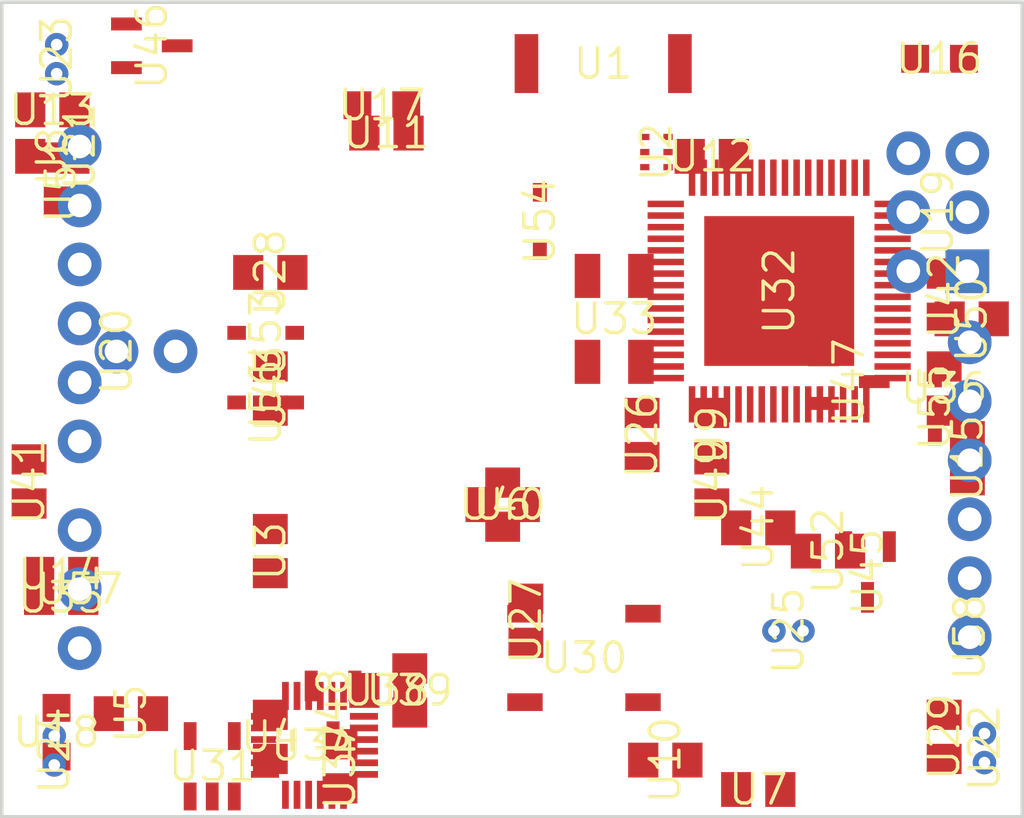
<source format=kicad_pcb>
 ( kicad_pcb  ( version 20171130 )
 ( host pcbnew "(5.1.4-0-10_14)" )
 ( general  ( thickness 1.6 )
 ( drawings 4 )
 ( tracks 0 )
 ( zones 0 )
 ( modules 58 )
 ( nets 81 )
)
 ( page A4 )
 ( layers  ( 0 Top signal )
 ( 31 Bottom signal )
 ( 32 B.Adhes user )
 ( 33 F.Adhes user )
 ( 34 B.Paste user )
 ( 35 F.Paste user )
 ( 36 B.SilkS user )
 ( 37 F.SilkS user )
 ( 38 B.Mask user )
 ( 39 F.Mask user )
 ( 40 Dwgs.User user )
 ( 41 Cmts.User user )
 ( 42 Eco1.User user )
 ( 43 Eco2.User user )
 ( 44 Edge.Cuts user )
 ( 45 Margin user )
 ( 46 B.CrtYd user )
 ( 47 F.CrtYd user )
 ( 48 B.Fab user )
 ( 49 F.Fab user )
)
 ( setup  ( last_trace_width 0.254 )
 ( trace_clearance 0.1524 )
 ( zone_clearance 0.508 )
 ( zone_45_only no )
 ( trace_min 0.2 )
 ( via_size 0.8128 )
 ( via_drill 0.4064 )
 ( via_min_size 0.4 )
 ( via_min_drill 0.3 )
 ( uvia_size 0.3 )
 ( uvia_drill 0.1 )
 ( uvias_allowed yes )
 ( uvia_min_size 0.2 )
 ( uvia_min_drill 0.1 )
 ( edge_width 0.05 )
 ( segment_width 0.2 )
 ( pcb_text_width 0.3 )
 ( pcb_text_size 1.5 1.5 )
 ( mod_edge_width 0.12 )
 ( mod_text_size 1 1 )
 ( mod_text_width 0.15 )
 ( pad_size 1.524 1.524 )
 ( pad_drill 0.762 )
 ( pad_to_mask_clearance 0.051 )
 ( solder_mask_min_width 0.25 )
 ( aux_axis_origin 0 0 )
 ( visible_elements 7FFFFFFF )
 ( pcbplotparams  ( layerselection 0x010fc_ffffffff )
 ( usegerberextensions false )
 ( usegerberattributes false )
 ( usegerberadvancedattributes false )
 ( creategerberjobfile false )
 ( excludeedgelayer true )
 ( linewidth 0.100000 )
 ( plotframeref false )
 ( viasonmask false )
 ( mode 1 )
 ( useauxorigin false )
 ( hpglpennumber 1 )
 ( hpglpenspeed 20 )
 ( hpglpendiameter 15.000000 )
 ( psnegative false )
 ( psa4output false )
 ( plotreference true )
 ( plotvalue true )
 ( plotinvisibletext false )
 ( padsonsilk false )
 ( subtractmaskfromsilk false )
 ( outputformat 1 )
 ( mirror false )
 ( drillshape 1 )
 ( scaleselection 1 )
 ( outputdirectory "" )
)
)
 ( net 0 "" )
 ( net 1 GND )
 ( net 2 3.3V )
 ( net 3 "Net-(U1-Pad64)" )
 ( net 4 "Net-(U1-Pad63)" )
 ( net 5 "Net-(U1-Pad62)" )
 ( net 6 "Net-(C1-Pad1)" )
 ( net 7 "Net-(C5-Pad1)" )
 ( net 8 "Net-(C6-Pad1)" )
 ( net 9 "Net-(U1-Pad53)" )
 ( net 10 "Net-(U1-Pad52)" )
 ( net 11 "Net-(U1-Pad51)" )
 ( net 12 /PE4 )
 ( net 13 /PE3 )
 ( net 14 "Net-(U1-Pad48)" )
 ( net 15 /TX0 )
 ( net 16 /RX0 )
 ( net 17 /PB7 )
 ( net 18 /PB6 )
 ( net 19 /PB5 )
 ( net 20 /PB4 )
 ( net 21 /MISO )
 ( net 22 /MOSI )
 ( net 23 /SCK )
 ( net 24 "Net-(U1-Pad36)" )
 ( net 25 "Net-(U1-Pad32)" )
 ( net 26 "Net-(U1-Pad31)" )
 ( net 27 "Net-(U1-Pad30)" )
 ( net 28 "Net-(U1-Pad29)" )
 ( net 29 /TX1 )
 ( net 30 /RX1 )
 ( net 31 /SDA )
 ( net 32 /SCL )
 ( net 33 "Net-(C2-Pad1)" )
 ( net 34 "Net-(U1-Pad19)" )
 ( net 35 "Net-(U1-Pad18)" )
 ( net 36 "Net-(U1-Pad17)" )
 ( net 37 "Net-(U1-Pad16)" )
 ( net 38 "Net-(U1-Pad15)" )
 ( net 39 "Net-(U1-Pad14)" )
 ( net 40 "Net-(U1-Pad13)" )
 ( net 41 /RESET )
 ( net 42 "Net-(C17-Pad2)" )
 ( net 43 "Net-(C16-Pad1)" )
 ( net 44 "Net-(U1-Pad6)" )
 ( net 45 "Net-(U1-Pad5)" )
 ( net 46 "Net-(U1-Pad4)" )
 ( net 47 "Net-(U1-Pad3)" )
 ( net 48 "Net-(U1-Pad2)" )
 ( net 49 "Net-(U1-Pad1)" )
 ( net 50 "Net-(B1-Pad4)" )
 ( net 51 "Net-(B1-Pad3)" )
 ( net 52 "Net-(B1-Pad2)" )
 ( net 53 /RFANT )
 ( net 54 "Net-(J1-Pad2)" )
 ( net 55 "Net-(JP9-PadCTS)" )
 ( net 56 "Net-(C15-Pad1)" )
 ( net 57 "Net-(C7-Pad2)" )
 ( net 58 /VBAT )
 ( net 59 "Net-(C8-Pad2)" )
 ( net 60 "Net-(C13-Pad2)" )
 ( net 61 "Net-(C14-Pad2)" )
 ( net 62 "Net-(JP3-Pad2)" )
 ( net 63 "Net-(C12-Pad1)" )
 ( net 64 "Net-(R10-Pad1)" )
 ( net 65 "Net-(R3-Pad1)" )
 ( net 66 "Net-(U4-Pad14)" )
 ( net 67 "Net-(U4-Pad13)" )
 ( net 68 "Net-(U4-Pad12)" )
 ( net 69 "Net-(U4-Pad11)" )
 ( net 70 "Net-(U4-Pad10)" )
 ( net 71 "Net-(C25-Pad1)" )
 ( net 72 "Net-(C25-Pad2)" )
 ( net 73 "Net-(C26-Pad2)" )
 ( net 74 "Net-(U4-Pad1)" )
 ( net 75 "Net-(S2-Pad1)" )
 ( net 76 "Net-(JP2-PadCTS)" )
 ( net 77 "Net-(JP2-PadDTR)" )
 ( net 78 "Net-(BOT1-PadA)" )
 ( net 79 "Net-(ARM1-PadA)" )
 ( net 80 "Net-(PWR1-PadA)" )
 ( net_class Default "This is the default net class."  ( clearance 0.1524 )
 ( trace_width 0.254 )
 ( via_dia 0.8128 )
 ( via_drill 0.4064 )
 ( uvia_dia 0.3 )
 ( uvia_drill 0.1 )
 ( add_net /MISO )
 ( add_net /MOSI )
 ( add_net /PB4 )
 ( add_net /PB5 )
 ( add_net /PB6 )
 ( add_net /PB7 )
 ( add_net /PE3 )
 ( add_net /PE4 )
 ( add_net /RESET )
 ( add_net /RFANT )
 ( add_net /RX0 )
 ( add_net /RX1 )
 ( add_net /SCK )
 ( add_net /SCL )
 ( add_net /SDA )
 ( add_net /TX0 )
 ( add_net /TX1 )
 ( add_net 3.3V )
 ( add_net GND )
 ( add_net "Net-(ARM1-PadA)" )
 ( add_net "Net-(B1-Pad2)" )
 ( add_net "Net-(B1-Pad3)" )
 ( add_net "Net-(B1-Pad4)" )
 ( add_net "Net-(BOT1-PadA)" )
 ( add_net "Net-(C1-Pad1)" )
 ( add_net "Net-(C12-Pad1)" )
 ( add_net "Net-(C15-Pad1)" )
 ( add_net "Net-(C16-Pad1)" )
 ( add_net "Net-(C17-Pad2)" )
 ( add_net "Net-(C2-Pad1)" )
 ( add_net "Net-(C25-Pad1)" )
 ( add_net "Net-(C25-Pad2)" )
 ( add_net "Net-(C26-Pad2)" )
 ( add_net "Net-(C5-Pad1)" )
 ( add_net "Net-(C6-Pad1)" )
 ( add_net "Net-(J1-Pad2)" )
 ( add_net "Net-(JP2-PadCTS)" )
 ( add_net "Net-(JP2-PadDTR)" )
 ( add_net "Net-(JP3-Pad2)" )
 ( add_net "Net-(JP9-PadCTS)" )
 ( add_net "Net-(PWR1-PadA)" )
 ( add_net "Net-(R10-Pad1)" )
 ( add_net "Net-(R3-Pad1)" )
 ( add_net "Net-(S2-Pad1)" )
 ( add_net "Net-(U1-Pad1)" )
 ( add_net "Net-(U1-Pad13)" )
 ( add_net "Net-(U1-Pad14)" )
 ( add_net "Net-(U1-Pad15)" )
 ( add_net "Net-(U1-Pad16)" )
 ( add_net "Net-(U1-Pad17)" )
 ( add_net "Net-(U1-Pad18)" )
 ( add_net "Net-(U1-Pad19)" )
 ( add_net "Net-(U1-Pad2)" )
 ( add_net "Net-(U1-Pad29)" )
 ( add_net "Net-(U1-Pad3)" )
 ( add_net "Net-(U1-Pad30)" )
 ( add_net "Net-(U1-Pad31)" )
 ( add_net "Net-(U1-Pad32)" )
 ( add_net "Net-(U1-Pad36)" )
 ( add_net "Net-(U1-Pad4)" )
 ( add_net "Net-(U1-Pad48)" )
 ( add_net "Net-(U1-Pad5)" )
 ( add_net "Net-(U1-Pad51)" )
 ( add_net "Net-(U1-Pad52)" )
 ( add_net "Net-(U1-Pad53)" )
 ( add_net "Net-(U1-Pad6)" )
 ( add_net "Net-(U1-Pad62)" )
 ( add_net "Net-(U1-Pad63)" )
 ( add_net "Net-(U1-Pad64)" )
 ( add_net "Net-(U4-Pad1)" )
 ( add_net "Net-(U4-Pad10)" )
 ( add_net "Net-(U4-Pad11)" )
 ( add_net "Net-(U4-Pad12)" )
 ( add_net "Net-(U4-Pad13)" )
 ( add_net "Net-(U4-Pad14)" )
)
 ( net_class Power ""  ( clearance 0.1524 )
 ( trace_width 0.508 )
 ( via_dia 0.8128 )
 ( via_drill 0.4064 )
 ( uvia_dia 0.3 )
 ( uvia_drill 0.1 )
 ( add_net /VBAT )
 ( add_net "Net-(C13-Pad2)" )
 ( add_net "Net-(C14-Pad2)" )
 ( add_net "Net-(C7-Pad2)" )
 ( add_net "Net-(C8-Pad2)" )
)
 ( module quadcopterJorge:653002114822 locked  ( layer Top )
 ( tedit 5DCF2602 )
 ( tstamp 5DC90212 )
 ( at 168.198800 119.583200 270.000000 )
 ( descr "WR-WTB 1.25mm Male Vertical Shrouded Header, 2 Pins" )
 ( path /FD237801 )
 ( fp_text reference U22  ( at 0 -0.635 270 )
 ( layer F.SilkS )
 ( effects  ( font  ( size 1.27 1.27 )
 ( thickness 0.15 )
)
)
)
 ( fp_text value ""  ( at 0 -0.635 270 )
 ( layer F.SilkS )
 ( effects  ( font  ( size 1.27 1.27 )
 ( thickness 0.15 )
)
)
)
 ( fp_poly  ( pts  ( xy -1.3 -1.335 )
 ( xy 1.3 -1.335 )
 ( xy 1.3 0.065 )
 ( xy -1.3 0.065 )
)
 ( layer B.CrtYd )
 ( width 0.1 )
)
 ( fp_poly  ( pts  ( xy -2.3 -2.035 )
 ( xy 2.3 -2.035 )
 ( xy 2.3 1.565 )
 ( xy -2.3 1.565 )
)
 ( layer F.CrtYd )
 ( width 0.1 )
)
 ( pad 2 thru_hole circle  ( at -0.625 -0.635 270.000000 )
 ( size 1.008 1.008 )
 ( drill 0.5 )
 ( layers *.Cu *.Mask )
 ( net 57 "Net-(C7-Pad2)" )
 ( solder_mask_margin 0.1016 )
)
 ( pad 1 thru_hole circle  ( at 0.625 -0.635 270.000000 )
 ( size 1.008 1.008 )
 ( drill 0.5 )
 ( layers *.Cu *.Mask )
 ( net 58 /VBAT )
 ( solder_mask_margin 0.1016 )
)
)
 ( module quadcopterJorge:653002114822 locked  ( layer Top )
 ( tedit 5DCF2602 )
 ( tstamp 5DC90230 )
 ( at 129.438400 119.684800 90.000000 )
 ( descr "WR-WTB 1.25mm Male Vertical Shrouded Header, 2 Pins" )
 ( path /27E031B9 )
 ( fp_text reference U24  ( at 0 -0.635 90 )
 ( layer F.SilkS )
 ( effects  ( font  ( size 1.27 1.27 )
 ( thickness 0.15 )
)
)
)
 ( fp_text value ""  ( at 0 -0.635 90 )
 ( layer F.SilkS )
 ( effects  ( font  ( size 1.27 1.27 )
 ( thickness 0.15 )
)
)
)
 ( fp_poly  ( pts  ( xy -1.3 -1.335 )
 ( xy 1.3 -1.335 )
 ( xy 1.3 0.065 )
 ( xy -1.3 0.065 )
)
 ( layer B.CrtYd )
 ( width 0.1 )
)
 ( fp_poly  ( pts  ( xy -2.3 -2.035 )
 ( xy 2.3 -2.035 )
 ( xy 2.3 1.565 )
 ( xy -2.3 1.565 )
)
 ( layer F.CrtYd )
 ( width 0.1 )
)
 ( pad 2 thru_hole circle  ( at -0.625 -0.635 90.000000 )
 ( size 1.008 1.008 )
 ( drill 0.5 )
 ( layers *.Cu *.Mask )
 ( net 60 "Net-(C13-Pad2)" )
 ( solder_mask_margin 0.1016 )
)
 ( pad 1 thru_hole circle  ( at 0.625 -0.635 90.000000 )
 ( size 1.008 1.008 )
 ( drill 0.5 )
 ( layers *.Cu *.Mask )
 ( net 58 /VBAT )
 ( solder_mask_margin 0.1016 )
)
)
 ( module quadcopterJorge:1X02  ( layer Top )
 ( tedit 5DCF25B9 )
 ( tstamp 5DC901C6 )
 ( at 132.750000 102.500000 )
 ( path /EC28632A )
 ( fp_text reference U20  ( at -1.27 0 270 )
 ( layer F.SilkS )
 ( effects  ( font  ( size 1.27 1.27 )
 ( thickness 0.15 )
)
)
)
 ( fp_text value ""  ( at -1.27 0 270 )
 ( layer F.SilkS )
 ( effects  ( font  ( size 1.27 1.27 )
 ( thickness 0.15 )
)
)
)
 ( fp_poly  ( pts  ( xy -2.67 -1.4 )
 ( xy 2.63 -1.4 )
 ( xy 2.63 1.4 )
 ( xy -2.67 1.4 )
)
 ( layer B.CrtYd )
 ( width 0.1 )
)
 ( fp_poly  ( pts  ( xy -2.67 -1.4 )
 ( xy 2.63 -1.4 )
 ( xy 2.63 1.4 )
 ( xy -2.67 1.4 )
)
 ( layer F.CrtYd )
 ( width 0.1 )
)
 ( pad 2 thru_hole circle  ( at 1.27 0 90.000000 )
 ( size 1.8796 1.8796 )
 ( drill 1.016 )
 ( layers *.Cu *.Mask )
 ( net 62 "Net-(JP3-Pad2)" )
 ( solder_mask_margin 0.1016 )
)
 ( pad 1 thru_hole circle  ( at -1.27 0 90.000000 )
 ( size 1.8796 1.8796 )
 ( drill 1.016 )
 ( layers *.Cu *.Mask )
 ( net 1 GND )
 ( solder_mask_margin 0.1016 )
)
)
 ( module quadcopterJorge:653002114822  ( layer Top )
 ( tedit 5DCF2602 )
 ( tstamp 5DC9023F )
 ( at 160.400000 113.900000 180.000000 )
 ( descr "WR-WTB 1.25mm Male Vertical Shrouded Header, 2 Pins" )
 ( path /DCB17BD7 )
 ( fp_text reference U25  ( at 0 -0.635 270 )
 ( layer F.SilkS )
 ( effects  ( font  ( size 1.27 1.27 )
 ( thickness 0.15 )
)
)
)
 ( fp_text value ""  ( at 0 -0.635 270 )
 ( layer F.SilkS )
 ( effects  ( font  ( size 1.27 1.27 )
 ( thickness 0.15 )
)
)
)
 ( fp_poly  ( pts  ( xy -1.3 -1.335 )
 ( xy 1.3 -1.335 )
 ( xy 1.3 0.065 )
 ( xy -1.3 0.065 )
)
 ( layer B.CrtYd )
 ( width 0.1 )
)
 ( fp_poly  ( pts  ( xy -2.3 -2.035 )
 ( xy 2.3 -2.035 )
 ( xy 2.3 1.565 )
 ( xy -2.3 1.565 )
)
 ( layer F.CrtYd )
 ( width 0.1 )
)
 ( pad 2 thru_hole circle  ( at -0.625 -0.635 180.000000 )
 ( size 1.008 1.008 )
 ( drill 0.5 )
 ( layers *.Cu *.Mask )
 ( net 61 "Net-(C14-Pad2)" )
 ( solder_mask_margin 0.1016 )
)
 ( pad 1 thru_hole circle  ( at 0.625 -0.635 180.000000 )
 ( size 1.008 1.008 )
 ( drill 0.5 )
 ( layers *.Cu *.Mask )
 ( net 58 /VBAT )
 ( solder_mask_margin 0.1016 )
)
)
 ( module quadcopterJorge:653002114822 locked  ( layer Top )
 ( tedit 5DCF2602 )
 ( tstamp 5DC90221 )
 ( at 128.270000 89.916000 270.000000 )
 ( descr "WR-WTB 1.25mm Male Vertical Shrouded Header, 2 Pins" )
 ( path /4C99C424 )
 ( fp_text reference U23  ( at 0 -0.635 270 )
 ( layer F.SilkS )
 ( effects  ( font  ( size 1.27 1.27 )
 ( thickness 0.15 )
)
)
)
 ( fp_text value ""  ( at 0 -0.635 270 )
 ( layer F.SilkS )
 ( effects  ( font  ( size 1.27 1.27 )
 ( thickness 0.15 )
)
)
)
 ( fp_poly  ( pts  ( xy -1.3 -1.335 )
 ( xy 1.3 -1.335 )
 ( xy 1.3 0.065 )
 ( xy -1.3 0.065 )
)
 ( layer B.CrtYd )
 ( width 0.1 )
)
 ( fp_poly  ( pts  ( xy -2.3 -2.035 )
 ( xy 2.3 -2.035 )
 ( xy 2.3 1.565 )
 ( xy -2.3 1.565 )
)
 ( layer F.CrtYd )
 ( width 0.1 )
)
 ( pad 2 thru_hole circle  ( at -0.625 -0.635 270.000000 )
 ( size 1.008 1.008 )
 ( drill 0.5 )
 ( layers *.Cu *.Mask )
 ( net 59 "Net-(C8-Pad2)" )
 ( solder_mask_margin 0.1016 )
)
 ( pad 1 thru_hole circle  ( at 0.625 -0.635 270.000000 )
 ( size 1.008 1.008 )
 ( drill 0.5 )
 ( layers *.Cu *.Mask )
 ( net 58 /VBAT )
 ( solder_mask_margin 0.1016 )
)
)
 ( module quadcopterJorge:FTDI_BASIC locked  ( layer Top )
 ( tedit 5DCF2629 )
 ( tstamp 5DC901DB )
 ( at 129.895600 100.025200 270.000000 )
 ( path /9500817F )
 ( fp_text reference U21  ( at -6.35 0 270 )
 ( layer F.SilkS )
 ( effects  ( font  ( size 1.27 1.27 )
 ( thickness 0.15 )
)
)
)
 ( fp_text value ""  ( at -6.35 0 270 )
 ( layer F.SilkS )
 ( effects  ( font  ( size 1.27 1.27 )
 ( thickness 0.15 )
)
)
)
 ( fp_poly  ( pts  ( xy -7.65 -1.3 )
 ( xy 7.65 -1.3 )
 ( xy 7.65 1.3 )
 ( xy -7.65 1.3 )
)
 ( layer B.CrtYd )
 ( width 0.1 )
)
 ( fp_poly  ( pts  ( xy -7.65 -1.3 )
 ( xy 7.65 -1.3 )
 ( xy 7.65 1.3 )
 ( xy -7.65 1.3 )
)
 ( layer F.CrtYd )
 ( width 0.1 )
)
 ( pad GND thru_hole circle  ( at 6.35 0 )
 ( size 1.8796 1.8796 )
 ( drill 1.016 )
 ( layers *.Cu *.Mask )
 ( net 1 GND )
 ( solder_mask_margin 0.1016 )
)
 ( pad CTS thru_hole circle  ( at 3.81 0 )
 ( size 1.8796 1.8796 )
 ( drill 1.016 )
 ( layers *.Cu *.Mask )
 ( net 55 "Net-(JP9-PadCTS)" )
 ( solder_mask_margin 0.1016 )
)
 ( pad VCC thru_hole circle  ( at 1.27 0 )
 ( size 1.8796 1.8796 )
 ( drill 1.016 )
 ( layers *.Cu *.Mask )
 ( net 2 3.3V )
 ( solder_mask_margin 0.1016 )
)
 ( pad TXO thru_hole circle  ( at -1.27 0 )
 ( size 1.8796 1.8796 )
 ( drill 1.016 )
 ( layers *.Cu *.Mask )
 ( net 16 /RX0 )
 ( solder_mask_margin 0.1016 )
)
 ( pad RXI thru_hole circle  ( at -3.81 0 )
 ( size 1.8796 1.8796 )
 ( drill 1.016 )
 ( layers *.Cu *.Mask )
 ( net 15 /TX0 )
 ( solder_mask_margin 0.1016 )
)
 ( pad DTR thru_hole circle  ( at -6.35 0 )
 ( size 1.8796 1.8796 )
 ( drill 1.016 )
 ( layers *.Cu *.Mask )
 ( net 56 "Net-(C15-Pad1)" )
 ( solder_mask_margin 0.1016 )
)
)
 ( module quadcopterJorge:FTDI_BASIC locked  ( layer Top )
 ( tedit 5DCF2629 )
 ( tstamp 5DC904F2 )
 ( at 168.198800 108.458000 90.000000 )
 ( path /E74E9B50 )
 ( fp_text reference U58  ( at -6.35 0 90 )
 ( layer F.SilkS )
 ( effects  ( font  ( size 1.27 1.27 )
 ( thickness 0.15 )
)
)
)
 ( fp_text value ""  ( at -6.35 0 90 )
 ( layer F.SilkS )
 ( effects  ( font  ( size 1.27 1.27 )
 ( thickness 0.15 )
)
)
)
 ( fp_poly  ( pts  ( xy -7.65 -1.3 )
 ( xy 7.65 -1.3 )
 ( xy 7.65 1.3 )
 ( xy -7.65 1.3 )
)
 ( layer B.CrtYd )
 ( width 0.1 )
)
 ( fp_poly  ( pts  ( xy -7.65 -1.3 )
 ( xy 7.65 -1.3 )
 ( xy 7.65 1.3 )
 ( xy -7.65 1.3 )
)
 ( layer F.CrtYd )
 ( width 0.1 )
)
 ( pad GND thru_hole circle  ( at 6.35 0 180.000000 )
 ( size 1.8796 1.8796 )
 ( drill 1.016 )
 ( layers *.Cu *.Mask )
 ( net 1 GND )
 ( solder_mask_margin 0.1016 )
)
 ( pad CTS thru_hole circle  ( at 3.81 0 180.000000 )
 ( size 1.8796 1.8796 )
 ( drill 1.016 )
 ( layers *.Cu *.Mask )
 ( net 76 "Net-(JP2-PadCTS)" )
 ( solder_mask_margin 0.1016 )
)
 ( pad VCC thru_hole circle  ( at 1.27 0 180.000000 )
 ( size 1.8796 1.8796 )
 ( drill 1.016 )
 ( layers *.Cu *.Mask )
 ( net 2 3.3V )
 ( solder_mask_margin 0.1016 )
)
 ( pad TXO thru_hole circle  ( at -1.27 0 180.000000 )
 ( size 1.8796 1.8796 )
 ( drill 1.016 )
 ( layers *.Cu *.Mask )
 ( net 30 /RX1 )
 ( solder_mask_margin 0.1016 )
)
 ( pad RXI thru_hole circle  ( at -3.81 0 180.000000 )
 ( size 1.8796 1.8796 )
 ( drill 1.016 )
 ( layers *.Cu *.Mask )
 ( net 29 /TX1 )
 ( solder_mask_margin 0.1016 )
)
 ( pad DTR thru_hole circle  ( at -6.35 0 180.000000 )
 ( size 1.8796 1.8796 )
 ( drill 1.016 )
 ( layers *.Cu *.Mask )
 ( net 77 "Net-(JP2-PadDTR)" )
 ( solder_mask_margin 0.1016 )
)
)
 ( module quadcopterJorge:ANTENNA-CHIP5 locked  ( layer Top )
 ( tedit 5DCE6AFB )
 ( tstamp 5DC900A2 )
 ( at 152.425400 90.106500 )
 ( path /EA64C37F )
 ( fp_text reference U1  ( at 0 0 )
 ( layer F.SilkS )
 ( effects  ( font  ( size 1.27 1.27 )
 ( thickness 0.15 )
)
)
)
 ( fp_text value ""  ( at 0 0 )
 ( layer F.SilkS )
 ( effects  ( font  ( size 1.27 1.27 )
 ( thickness 0.15 )
)
)
)
 ( fp_poly  ( pts  ( xy -4 -1.4 )
 ( xy 4 -1.4 )
 ( xy 4 1.4 )
 ( xy -4 1.4 )
)
 ( layer F.CrtYd )
 ( width 0.1 )
)
 ( pad FEED smd rect  ( at -3.302 0 180.000000 )
 ( size 1.016 2.54 )
 ( layers Top F.Mask F.Paste )
 ( net 53 /RFANT )
 ( solder_mask_margin 0.1016 )
)
 ( pad NC smd rect  ( at 3.302 0 180.000000 )
 ( size 1.016 2.54 )
 ( layers Top F.Mask F.Paste )
 ( solder_mask_margin 0.1016 )
)
)
 ( module quadcopterJorge:BALUN-0805 locked  ( layer Top )
 ( tedit 5DCE655C )
 ( tstamp 5DC900AF )
 ( at 154.711400 93.916500 270.000000 )
 ( descr "<h3>Balun - 0805 Package</h3>\n<p>Transformer to convert an unbalanced signal to a balenced one, or vice-versa.</p>\n<p><a href=\"http://katalog.we-online.de/pbs/datasheet/748421245.pdf\">Example Datasheet</a></p>" )
 ( path /A14A3ED5 )
 ( fp_text reference U2  ( at 0 0 270 )
 ( layer F.SilkS )
 ( effects  ( font  ( size 1.27 1.27 )
 ( thickness 0.15 )
)
)
)
 ( fp_text value ""  ( at 0 0 270 )
 ( layer F.SilkS )
 ( effects  ( font  ( size 1.27 1.27 )
 ( thickness 0.15 )
)
)
)
 ( fp_poly  ( pts  ( xy -1.3 -0.9 )
 ( xy 1.3 -0.9 )
 ( xy 1.3 0.9 )
 ( xy -1.3 0.9 )
)
 ( layer F.CrtYd )
 ( width 0.1 )
)
 ( pad 4 smd rect  ( at 0.65 -0.505 270.000000 )
 ( size 0.27 0.4 )
 ( layers Top F.Mask F.Paste )
 ( net 50 "Net-(B1-Pad4)" )
 ( solder_mask_margin 0.1016 )
)
 ( pad 5 smd rect  ( at 0 -0.505 270.000000 )
 ( size 0.27 0.4 )
 ( layers Top F.Mask F.Paste )
 ( net 1 GND )
 ( solder_mask_margin 0.1016 )
)
 ( pad 6 smd rect  ( at -0.65 -0.505 270.000000 )
 ( size 0.27 0.4 )
 ( layers Top F.Mask F.Paste )
 ( solder_mask_margin 0.1016 )
)
 ( pad 3 smd rect  ( at 0.65 0.495 270.000000 )
 ( size 0.27 0.4 )
 ( layers Top F.Mask F.Paste )
 ( net 51 "Net-(B1-Pad3)" )
 ( solder_mask_margin 0.1016 )
)
 ( pad 2 smd rect  ( at 0 0.495 270.000000 )
 ( size 0.27 0.4 )
 ( layers Top F.Mask F.Paste )
 ( net 52 "Net-(B1-Pad2)" )
 ( solder_mask_margin 0.1016 )
)
 ( pad 1 smd rect  ( at -0.65 0.495 270.000000 )
 ( size 0.27 0.4 )
 ( layers Top F.Mask F.Paste )
 ( net 53 /RFANT )
 ( solder_mask_margin 0.1016 )
)
)
 ( module quadcopterJorge:C0805  ( layer Top )
 ( tedit 5DCE6588 )
 ( tstamp 5DC900C6 )
 ( at 138.100000 111.100000 90.000000 )
 ( descr <b>CAPACITOR</b><p> )
 ( path /C8E3AF05 )
 ( fp_text reference U3  ( at 0 0 90 )
 ( layer F.SilkS )
 ( effects  ( font  ( size 1.27 1.27 )
 ( thickness 0.15 )
)
)
)
 ( fp_text value ""  ( at 0 0 90 )
 ( layer F.SilkS )
 ( effects  ( font  ( size 1.27 1.27 )
 ( thickness 0.15 )
)
)
)
 ( fp_poly  ( pts  ( xy -2 -1 )
 ( xy 2 -1 )
 ( xy 2 1 )
 ( xy -2 1 )
)
 ( layer F.CrtYd )
 ( width 0.1 )
)
 ( pad 2 smd rect  ( at 0.95 0 90.000000 )
 ( size 1.3 1.5 )
 ( layers Top F.Mask F.Paste )
 ( net 1 GND )
 ( solder_mask_margin 0.1016 )
)
 ( pad 1 smd rect  ( at -0.95 0 90.000000 )
 ( size 1.3 1.5 )
 ( layers Top F.Mask F.Paste )
 ( net 6 "Net-(C1-Pad1)" )
 ( solder_mask_margin 0.1016 )
)
)
 ( module quadcopterJorge:C0805  ( layer Top )
 ( tedit 5DCE6588 )
 ( tstamp 5DC900D4 )
 ( at 138.100000 119.100000 270.000000 )
 ( descr <b>CAPACITOR</b><p> )
 ( path /F9611745 )
 ( fp_text reference U4  ( at 0 0 )
 ( layer F.SilkS )
 ( effects  ( font  ( size 1.27 1.27 )
 ( thickness 0.15 )
)
)
)
 ( fp_text value ""  ( at 0 0 )
 ( layer F.SilkS )
 ( effects  ( font  ( size 1.27 1.27 )
 ( thickness 0.15 )
)
)
)
 ( fp_poly  ( pts  ( xy -2 -1 )
 ( xy 2 -1 )
 ( xy 2 1 )
 ( xy -2 1 )
)
 ( layer F.CrtYd )
 ( width 0.1 )
)
 ( pad 2 smd rect  ( at 0.95 0 270.000000 )
 ( size 1.3 1.5 )
 ( layers Top F.Mask F.Paste )
 ( net 1 GND )
 ( solder_mask_margin 0.1016 )
)
 ( pad 1 smd rect  ( at -0.95 0 270.000000 )
 ( size 1.3 1.5 )
 ( layers Top F.Mask F.Paste )
 ( net 2 3.3V )
 ( solder_mask_margin 0.1016 )
)
)
 ( module quadcopterJorge:C0805  ( layer Top )
 ( tedit 5DCE6588 )
 ( tstamp 5DC900E2 )
 ( at 132.100000 118.100000 )
 ( descr <b>CAPACITOR</b><p> )
 ( path /863C519D )
 ( fp_text reference U5  ( at 0 0 270 )
 ( layer F.SilkS )
 ( effects  ( font  ( size 1.27 1.27 )
 ( thickness 0.15 )
)
)
)
 ( fp_text value ""  ( at 0 0 270 )
 ( layer F.SilkS )
 ( effects  ( font  ( size 1.27 1.27 )
 ( thickness 0.15 )
)
)
)
 ( fp_poly  ( pts  ( xy -2 -1 )
 ( xy 2 -1 )
 ( xy 2 1 )
 ( xy -2 1 )
)
 ( layer F.CrtYd )
 ( width 0.1 )
)
 ( pad 2 smd rect  ( at 0.95 0 )
 ( size 1.3 1.5 )
 ( layers Top F.Mask F.Paste )
 ( net 1 GND )
 ( solder_mask_margin 0.1016 )
)
 ( pad 1 smd rect  ( at -0.95 0 )
 ( size 1.3 1.5 )
 ( layers Top F.Mask F.Paste )
 ( net 52 "Net-(B1-Pad2)" )
 ( solder_mask_margin 0.1016 )
)
)
 ( module quadcopterJorge:C0805  ( layer Top )
 ( tedit 5DCE6588 )
 ( tstamp 5DC900F0 )
 ( at 148.100000 109.100000 180.000000 )
 ( descr <b>CAPACITOR</b><p> )
 ( path /A436D0BD )
 ( fp_text reference U6  ( at 0 0 )
 ( layer F.SilkS )
 ( effects  ( font  ( size 1.27 1.27 )
 ( thickness 0.15 )
)
)
)
 ( fp_text value ""  ( at 0 0 )
 ( layer F.SilkS )
 ( effects  ( font  ( size 1.27 1.27 )
 ( thickness 0.15 )
)
)
)
 ( fp_poly  ( pts  ( xy -2 -1 )
 ( xy 2 -1 )
 ( xy 2 1 )
 ( xy -2 1 )
)
 ( layer F.CrtYd )
 ( width 0.1 )
)
 ( pad 2 smd rect  ( at 0.95 0 180.000000 )
 ( size 1.3 1.5 )
 ( layers Top F.Mask F.Paste )
 ( net 1 GND )
 ( solder_mask_margin 0.1016 )
)
 ( pad 1 smd rect  ( at -0.95 0 180.000000 )
 ( size 1.3 1.5 )
 ( layers Top F.Mask F.Paste )
 ( net 63 "Net-(C12-Pad1)" )
 ( solder_mask_margin 0.1016 )
)
)
 ( module quadcopterJorge:C0805  ( layer Top )
 ( tedit 5DCE6588 )
 ( tstamp 5DC900FE )
 ( at 159.100000 121.366100 )
 ( descr <b>CAPACITOR</b><p> )
 ( path /C65B0EAD )
 ( fp_text reference U7  ( at 0 0 )
 ( layer F.SilkS )
 ( effects  ( font  ( size 1.27 1.27 )
 ( thickness 0.15 )
)
)
)
 ( fp_text value ""  ( at 0 0 )
 ( layer F.SilkS )
 ( effects  ( font  ( size 1.27 1.27 )
 ( thickness 0.15 )
)
)
)
 ( fp_poly  ( pts  ( xy -2 -1 )
 ( xy 2 -1 )
 ( xy 2 1 )
 ( xy -2 1 )
)
 ( layer F.CrtYd )
 ( width 0.1 )
)
 ( pad 2 smd rect  ( at 0.95 0 )
 ( size 1.3 1.5 )
 ( layers Top F.Mask F.Paste )
 ( net 41 /RESET )
 ( solder_mask_margin 0.1016 )
)
 ( pad 1 smd rect  ( at -0.95 0 )
 ( size 1.3 1.5 )
 ( layers Top F.Mask F.Paste )
 ( net 56 "Net-(C15-Pad1)" )
 ( solder_mask_margin 0.1016 )
)
)
 ( module quadcopterJorge:C0805  ( layer Top )
 ( tedit 5DCE6588 )
 ( tstamp 5DC9010C )
 ( at 128.719000 94.100000 180.000000 )
 ( descr <b>CAPACITOR</b><p> )
 ( path /4CA4B545 )
 ( fp_text reference U8  ( at 0 0 90 )
 ( layer F.SilkS )
 ( effects  ( font  ( size 1.27 1.27 )
 ( thickness 0.15 )
)
)
)
 ( fp_text value ""  ( at 0 0 90 )
 ( layer F.SilkS )
 ( effects  ( font  ( size 1.27 1.27 )
 ( thickness 0.15 )
)
)
)
 ( fp_poly  ( pts  ( xy -2 -1 )
 ( xy 2 -1 )
 ( xy 2 1 )
 ( xy -2 1 )
)
 ( layer F.CrtYd )
 ( width 0.1 )
)
 ( pad 2 smd rect  ( at 0.95 0 180.000000 )
 ( size 1.3 1.5 )
 ( layers Top F.Mask F.Paste )
 ( net 51 "Net-(B1-Pad3)" )
 ( solder_mask_margin 0.1016 )
)
 ( pad 1 smd rect  ( at -0.95 0 180.000000 )
 ( size 1.3 1.5 )
 ( layers Top F.Mask F.Paste )
 ( net 43 "Net-(C16-Pad1)" )
 ( solder_mask_margin 0.1016 )
)
)
 ( module quadcopterJorge:C0805  ( layer Top )
 ( tedit 5DCE6588 )
 ( tstamp 5DC9011A )
 ( at 157.100000 106.100000 90.000000 )
 ( descr <b>CAPACITOR</b><p> )
 ( path /57A7EDF6 )
 ( fp_text reference U9  ( at 0 0 270 )
 ( layer F.SilkS )
 ( effects  ( font  ( size 1.27 1.27 )
 ( thickness 0.15 )
)
)
)
 ( fp_text value ""  ( at 0 0 270 )
 ( layer F.SilkS )
 ( effects  ( font  ( size 1.27 1.27 )
 ( thickness 0.15 )
)
)
)
 ( fp_poly  ( pts  ( xy -2 -1 )
 ( xy 2 -1 )
 ( xy 2 1 )
 ( xy -2 1 )
)
 ( layer F.CrtYd )
 ( width 0.1 )
)
 ( pad 2 smd rect  ( at 0.95 0 90.000000 )
 ( size 1.3 1.5 )
 ( layers Top F.Mask F.Paste )
 ( net 42 "Net-(C17-Pad2)" )
 ( solder_mask_margin 0.1016 )
)
 ( pad 1 smd rect  ( at -0.95 0 90.000000 )
 ( size 1.3 1.5 )
 ( layers Top F.Mask F.Paste )
 ( net 50 "Net-(B1-Pad4)" )
 ( solder_mask_margin 0.1016 )
)
)
 ( module quadcopterJorge:C0805  ( layer Top )
 ( tedit 5DCE6588 )
 ( tstamp 5DC90128 )
 ( at 155.100000 120.100000 180.000000 )
 ( descr <b>CAPACITOR</b><p> )
 ( path /AC671DB5 )
 ( fp_text reference U10  ( at 0 0 90 )
 ( layer F.SilkS )
 ( effects  ( font  ( size 1.27 1.27 )
 ( thickness 0.15 )
)
)
)
 ( fp_text value ""  ( at 0 0 90 )
 ( layer F.SilkS )
 ( effects  ( font  ( size 1.27 1.27 )
 ( thickness 0.15 )
)
)
)
 ( fp_poly  ( pts  ( xy -2 -1 )
 ( xy 2 -1 )
 ( xy 2 1 )
 ( xy -2 1 )
)
 ( layer F.CrtYd )
 ( width 0.1 )
)
 ( pad 2 smd rect  ( at 0.95 0 180.000000 )
 ( size 1.3 1.5 )
 ( layers Top F.Mask F.Paste )
 ( net 1 GND )
 ( solder_mask_margin 0.1016 )
)
 ( pad 1 smd rect  ( at -0.95 0 180.000000 )
 ( size 1.3 1.5 )
 ( layers Top F.Mask F.Paste )
 ( net 33 "Net-(C2-Pad1)" )
 ( solder_mask_margin 0.1016 )
)
)
 ( module quadcopterJorge:C0805  ( layer Top )
 ( tedit 5DCE6588 )
 ( tstamp 5DC90136 )
 ( at 143.100000 93.100000 )
 ( descr <b>CAPACITOR</b><p> )
 ( path /88B3C59D )
 ( fp_text reference U11  ( at 0 0 )
 ( layer F.SilkS )
 ( effects  ( font  ( size 1.27 1.27 )
 ( thickness 0.15 )
)
)
)
 ( fp_text value ""  ( at 0 0 )
 ( layer F.SilkS )
 ( effects  ( font  ( size 1.27 1.27 )
 ( thickness 0.15 )
)
)
)
 ( fp_poly  ( pts  ( xy -2 -1 )
 ( xy 2 -1 )
 ( xy 2 1 )
 ( xy -2 1 )
)
 ( layer F.CrtYd )
 ( width 0.1 )
)
 ( pad 2 smd rect  ( at 0.95 0 )
 ( size 1.3 1.5 )
 ( layers Top F.Mask F.Paste )
 ( net 1 GND )
 ( solder_mask_margin 0.1016 )
)
 ( pad 1 smd rect  ( at -0.95 0 )
 ( size 1.3 1.5 )
 ( layers Top F.Mask F.Paste )
 ( net 58 /VBAT )
 ( solder_mask_margin 0.1016 )
)
)
 ( module quadcopterJorge:C0805  ( layer Top )
 ( tedit 5DCE6588 )
 ( tstamp 5DC90144 )
 ( at 157.100000 94.100000 180.000000 )
 ( descr <b>CAPACITOR</b><p> )
 ( path /ECDD94AD )
 ( fp_text reference U12  ( at 0 0 )
 ( layer F.SilkS )
 ( effects  ( font  ( size 1.27 1.27 )
 ( thickness 0.15 )
)
)
)
 ( fp_text value ""  ( at 0 0 )
 ( layer F.SilkS )
 ( effects  ( font  ( size 1.27 1.27 )
 ( thickness 0.15 )
)
)
)
 ( fp_poly  ( pts  ( xy -2 -1 )
 ( xy 2 -1 )
 ( xy 2 1 )
 ( xy -2 1 )
)
 ( layer F.CrtYd )
 ( width 0.1 )
)
 ( pad 2 smd rect  ( at 0.95 0 180.000000 )
 ( size 1.3 1.5 )
 ( layers Top F.Mask F.Paste )
 ( net 1 GND )
 ( solder_mask_margin 0.1016 )
)
 ( pad 1 smd rect  ( at -0.95 0 180.000000 )
 ( size 1.3 1.5 )
 ( layers Top F.Mask F.Paste )
 ( net 2 3.3V )
 ( solder_mask_margin 0.1016 )
)
)
 ( module quadcopterJorge:C0805  ( layer Top )
 ( tedit 5DCE6588 )
 ( tstamp 5DC90152 )
 ( at 128.719000 92.100000 180.000000 )
 ( descr <b>CAPACITOR</b><p> )
 ( path /40EB53D4 )
 ( fp_text reference U13  ( at 0 0 )
 ( layer F.SilkS )
 ( effects  ( font  ( size 1.27 1.27 )
 ( thickness 0.15 )
)
)
)
 ( fp_text value ""  ( at 0 0 )
 ( layer F.SilkS )
 ( effects  ( font  ( size 1.27 1.27 )
 ( thickness 0.15 )
)
)
)
 ( fp_poly  ( pts  ( xy -2 -1 )
 ( xy 2 -1 )
 ( xy 2 1 )
 ( xy -2 1 )
)
 ( layer F.CrtYd )
 ( width 0.1 )
)
 ( pad 2 smd rect  ( at 0.95 0 180.000000 )
 ( size 1.3 1.5 )
 ( layers Top F.Mask F.Paste )
 ( net 1 GND )
 ( solder_mask_margin 0.1016 )
)
 ( pad 1 smd rect  ( at -0.95 0 180.000000 )
 ( size 1.3 1.5 )
 ( layers Top F.Mask F.Paste )
 ( net 7 "Net-(C5-Pad1)" )
 ( solder_mask_margin 0.1016 )
)
)
 ( module quadcopterJorge:C0805  ( layer Top )
 ( tedit 5DCE6588 )
 ( tstamp 5DC90160 )
 ( at 129.100000 112.100000 )
 ( descr <b>CAPACITOR</b><p> )
 ( path /EF4A0B26 )
 ( fp_text reference U14  ( at 0 0 )
 ( layer F.SilkS )
 ( effects  ( font  ( size 1.27 1.27 )
 ( thickness 0.15 )
)
)
)
 ( fp_text value ""  ( at 0 0 )
 ( layer F.SilkS )
 ( effects  ( font  ( size 1.27 1.27 )
 ( thickness 0.15 )
)
)
)
 ( fp_poly  ( pts  ( xy -2 -1 )
 ( xy 2 -1 )
 ( xy 2 1 )
 ( xy -2 1 )
)
 ( layer F.CrtYd )
 ( width 0.1 )
)
 ( pad 2 smd rect  ( at 0.95 0 )
 ( size 1.3 1.5 )
 ( layers Top F.Mask F.Paste )
 ( net 1 GND )
 ( solder_mask_margin 0.1016 )
)
 ( pad 1 smd rect  ( at -0.95 0 )
 ( size 1.3 1.5 )
 ( layers Top F.Mask F.Paste )
 ( net 8 "Net-(C6-Pad1)" )
 ( solder_mask_margin 0.1016 )
)
)
 ( module quadcopterJorge:C0805  ( layer Top )
 ( tedit 5DCE6588 )
 ( tstamp 5DC9016E )
 ( at 168.100000 107.100000 270.000000 )
 ( descr <b>CAPACITOR</b><p> )
 ( path /E301BF82 )
 ( fp_text reference U15  ( at 0 0 90 )
 ( layer F.SilkS )
 ( effects  ( font  ( size 1.27 1.27 )
 ( thickness 0.15 )
)
)
)
 ( fp_text value ""  ( at 0 0 90 )
 ( layer F.SilkS )
 ( effects  ( font  ( size 1.27 1.27 )
 ( thickness 0.15 )
)
)
)
 ( fp_poly  ( pts  ( xy -2 -1 )
 ( xy 2 -1 )
 ( xy 2 1 )
 ( xy -2 1 )
)
 ( layer F.CrtYd )
 ( width 0.1 )
)
 ( pad 2 smd rect  ( at 0.95 0 270.000000 )
 ( size 1.3 1.5 )
 ( layers Top F.Mask F.Paste )
 ( net 53 /RFANT )
 ( solder_mask_margin 0.1016 )
)
 ( pad 1 smd rect  ( at -0.95 0 270.000000 )
 ( size 1.3 1.5 )
 ( layers Top F.Mask F.Paste )
 ( net 1 GND )
 ( solder_mask_margin 0.1016 )
)
)
 ( module quadcopterJorge:CHIP-LED0805  ( layer Top )
 ( tedit 5DCE6B13 )
 ( tstamp 5DC9017C )
 ( at 166.900000 89.900000 270.000000 )
 ( descr "<b>Hyper CHIPLED Hyper-Bright LED</b><p>\nLB R99A<br>\nSource: http://www.osram.convergy.de/ ... lb_r99a.pdf" )
 ( path /D9B9D322 )
 ( fp_text reference U16  ( at 0 0 180 )
 ( layer F.SilkS )
 ( effects  ( font  ( size 1.27 1.27 )
 ( thickness 0.15 )
)
)
)
 ( fp_text value ""  ( at 0 0 180 )
 ( layer F.SilkS )
 ( effects  ( font  ( size 1.27 1.27 )
 ( thickness 0.15 )
)
)
)
 ( fp_poly  ( pts  ( xy -0.8 -1.8 )
 ( xy 0.8 -1.8 )
 ( xy 0.8 1.8 )
 ( xy -0.8 1.8 )
)
 ( layer F.CrtYd )
 ( width 0.1 )
)
 ( pad A smd rect  ( at 0 1.05 270.000000 )
 ( size 1.2 1.2 )
 ( layers Top F.Mask F.Paste )
 ( net 80 "Net-(PWR1-PadA)" )
 ( solder_mask_margin 0.1016 )
)
 ( pad C smd rect  ( at 0 -1.05 270.000000 )
 ( size 1.2 1.2 )
 ( layers Top F.Mask F.Paste )
 ( net 1 GND )
 ( solder_mask_margin 0.1016 )
)
)
 ( module quadcopterJorge:CHIP-LED0805  ( layer Top )
 ( tedit 5DCE6B13 )
 ( tstamp 5DC90188 )
 ( at 142.900000 91.900000 270.000000 )
 ( descr "<b>Hyper CHIPLED Hyper-Bright LED</b><p>\nLB R99A<br>\nSource: http://www.osram.convergy.de/ ... lb_r99a.pdf" )
 ( path /2B5E229B )
 ( fp_text reference U17  ( at 0 0 180 )
 ( layer F.SilkS )
 ( effects  ( font  ( size 1.27 1.27 )
 ( thickness 0.15 )
)
)
)
 ( fp_text value ""  ( at 0 0 180 )
 ( layer F.SilkS )
 ( effects  ( font  ( size 1.27 1.27 )
 ( thickness 0.15 )
)
)
)
 ( fp_poly  ( pts  ( xy -0.8 -1.8 )
 ( xy 0.8 -1.8 )
 ( xy 0.8 1.8 )
 ( xy -0.8 1.8 )
)
 ( layer F.CrtYd )
 ( width 0.1 )
)
 ( pad A smd rect  ( at 0 1.05 270.000000 )
 ( size 1.2 1.2 )
 ( layers Top F.Mask F.Paste )
 ( net 78 "Net-(BOT1-PadA)" )
 ( solder_mask_margin 0.1016 )
)
 ( pad C smd rect  ( at 0 -1.05 270.000000 )
 ( size 1.2 1.2 )
 ( layers Top F.Mask F.Paste )
 ( net 1 GND )
 ( solder_mask_margin 0.1016 )
)
)
 ( module quadcopterJorge:CHIP-LED0805  ( layer Top )
 ( tedit 5DCE6B13 )
 ( tstamp 5DC90194 )
 ( at 128.900000 118.900000 180.000000 )
 ( descr "<b>Hyper CHIPLED Hyper-Bright LED</b><p>\nLB R99A<br>\nSource: http://www.osram.convergy.de/ ... lb_r99a.pdf" )
 ( path /2D72AB37 )
 ( fp_text reference U18  ( at 0 0 180 )
 ( layer F.SilkS )
 ( effects  ( font  ( size 1.27 1.27 )
 ( thickness 0.15 )
)
)
)
 ( fp_text value ""  ( at 0 0 180 )
 ( layer F.SilkS )
 ( effects  ( font  ( size 1.27 1.27 )
 ( thickness 0.15 )
)
)
)
 ( fp_poly  ( pts  ( xy -0.8 -1.8 )
 ( xy 0.8 -1.8 )
 ( xy 0.8 1.8 )
 ( xy -0.8 1.8 )
)
 ( layer F.CrtYd )
 ( width 0.1 )
)
 ( pad A smd rect  ( at 0 1.05 180.000000 )
 ( size 1.2 1.2 )
 ( layers Top F.Mask F.Paste )
 ( net 79 "Net-(ARM1-PadA)" )
 ( solder_mask_margin 0.1016 )
)
 ( pad C smd rect  ( at 0 -1.05 180.000000 )
 ( size 1.2 1.2 )
 ( layers Top F.Mask F.Paste )
 ( net 1 GND )
 ( solder_mask_margin 0.1016 )
)
)
 ( module quadcopterJorge:2X3-NS locked  ( layer Top )
 ( tedit 5DCF25D3 )
 ( tstamp 5DC901A0 )
 ( at 166.827200 96.507300 90.000000 )
 ( path /92F0590A )
 ( fp_text reference U19  ( at 0 0 90 )
 ( layer F.SilkS )
 ( effects  ( font  ( size 1.27 1.27 )
 ( thickness 0.15 )
)
)
)
 ( fp_text value ""  ( at 0 0 90 )
 ( layer F.SilkS )
 ( effects  ( font  ( size 1.27 1.27 )
 ( thickness 0.15 )
)
)
)
 ( fp_poly  ( pts  ( xy -3.9 -2.7 )
 ( xy 3.9 -2.7 )
 ( xy 3.9 2.7 )
 ( xy -3.9 2.7 )
)
 ( layer B.CrtYd )
 ( width 0.1 )
)
 ( fp_poly  ( pts  ( xy -3.9 -2.7 )
 ( xy 3.9 -2.7 )
 ( xy 3.9 2.7 )
 ( xy -3.9 2.7 )
)
 ( layer F.CrtYd )
 ( width 0.1 )
)
 ( pad 6 thru_hole circle  ( at 2.54 -1.27 90.000000 )
 ( size 1.8796 1.8796 )
 ( drill 1.016 )
 ( layers *.Cu *.Mask )
 ( net 1 GND )
 ( solder_mask_margin 0.1016 )
)
 ( pad 5 thru_hole circle  ( at 2.54 1.27 90.000000 )
 ( size 1.8796 1.8796 )
 ( drill 1.016 )
 ( layers *.Cu *.Mask )
 ( net 41 /RESET )
 ( solder_mask_margin 0.1016 )
)
 ( pad 4 thru_hole circle  ( at 0 -1.27 90.000000 )
 ( size 1.8796 1.8796 )
 ( drill 1.016 )
 ( layers *.Cu *.Mask )
 ( net 22 /MOSI )
 ( solder_mask_margin 0.1016 )
)
 ( pad 3 thru_hole circle  ( at 0 1.27 90.000000 )
 ( size 1.8796 1.8796 )
 ( drill 1.016 )
 ( layers *.Cu *.Mask )
 ( net 23 /SCK )
 ( solder_mask_margin 0.1016 )
)
 ( pad 2 thru_hole circle  ( at -2.54 -1.27 90.000000 )
 ( size 1.8796 1.8796 )
 ( drill 1.016 )
 ( layers *.Cu *.Mask )
 ( net 54 "Net-(J1-Pad2)" )
 ( solder_mask_margin 0.1016 )
)
 ( pad 1 thru_hole rect  ( at -2.54 1.27 90.000000 )
 ( size 1.8796 1.8796 )
 ( drill 1.016 )
 ( layers *.Cu *.Mask )
 ( net 21 /MISO )
 ( solder_mask_margin 0.1016 )
)
)
 ( module quadcopterJorge:R0805  ( layer Top )
 ( tedit 5DCE67E6 )
 ( tstamp 5DC9024E )
 ( at 154.100000 106.100000 90.000000 )
 ( descr <b>RESISTOR</b><p> )
 ( path /5FC72806 )
 ( fp_text reference U26  ( at 0 0 270 )
 ( layer F.SilkS )
 ( effects  ( font  ( size 1.27 1.27 )
 ( thickness 0.15 )
)
)
)
 ( fp_text value ""  ( at 0 0 270 )
 ( layer F.SilkS )
 ( effects  ( font  ( size 1.27 1.27 )
 ( thickness 0.15 )
)
)
)
 ( fp_poly  ( pts  ( xy -2 -1 )
 ( xy 2 -1 )
 ( xy 2 1 )
 ( xy -2 1 )
)
 ( layer F.CrtYd )
 ( width 0.1 )
)
 ( pad 2 smd rect  ( at 0.95 0 90.000000 )
 ( size 1.3 1.5 )
 ( layers Top F.Mask F.Paste )
 ( net 2 3.3V )
 ( solder_mask_margin 0.1016 )
)
 ( pad 1 smd rect  ( at -0.95 0 90.000000 )
 ( size 1.3 1.5 )
 ( layers Top F.Mask F.Paste )
 ( net 41 /RESET )
 ( solder_mask_margin 0.1016 )
)
)
 ( module quadcopterJorge:R0805  ( layer Top )
 ( tedit 5DCE67E6 )
 ( tstamp 5DC9025C )
 ( at 149.100000 114.100000 90.000000 )
 ( descr <b>RESISTOR</b><p> )
 ( path /3EF859C9 )
 ( fp_text reference U27  ( at 0 0 90 )
 ( layer F.SilkS )
 ( effects  ( font  ( size 1.27 1.27 )
 ( thickness 0.15 )
)
)
)
 ( fp_text value ""  ( at 0 0 90 )
 ( layer F.SilkS )
 ( effects  ( font  ( size 1.27 1.27 )
 ( thickness 0.15 )
)
)
)
 ( fp_poly  ( pts  ( xy -2 -1 )
 ( xy 2 -1 )
 ( xy 2 1 )
 ( xy -2 1 )
)
 ( layer F.CrtYd )
 ( width 0.1 )
)
 ( pad 2 smd rect  ( at 0.95 0 90.000000 )
 ( size 1.3 1.5 )
 ( layers Top F.Mask F.Paste )
 ( net 2 3.3V )
 ( solder_mask_margin 0.1016 )
)
 ( pad 1 smd rect  ( at -0.95 0 90.000000 )
 ( size 1.3 1.5 )
 ( layers Top F.Mask F.Paste )
 ( net 80 "Net-(PWR1-PadA)" )
 ( solder_mask_margin 0.1016 )
)
)
 ( module quadcopterJorge:R0805  ( layer Top )
 ( tedit 5DCE67E6 )
 ( tstamp 5DC9026A )
 ( at 138.100000 99.100000 )
 ( descr <b>RESISTOR</b><p> )
 ( path /71430D2B )
 ( fp_text reference U28  ( at 0 0 90 )
 ( layer F.SilkS )
 ( effects  ( font  ( size 1.27 1.27 )
 ( thickness 0.15 )
)
)
)
 ( fp_text value ""  ( at 0 0 90 )
 ( layer F.SilkS )
 ( effects  ( font  ( size 1.27 1.27 )
 ( thickness 0.15 )
)
)
)
 ( fp_poly  ( pts  ( xy -2 -1 )
 ( xy 2 -1 )
 ( xy 2 1 )
 ( xy -2 1 )
)
 ( layer F.CrtYd )
 ( width 0.1 )
)
 ( pad 2 smd rect  ( at 0.95 0 )
 ( size 1.3 1.5 )
 ( layers Top F.Mask F.Paste )
 ( net 18 /PB6 )
 ( solder_mask_margin 0.1016 )
)
 ( pad 1 smd rect  ( at -0.95 0 )
 ( size 1.3 1.5 )
 ( layers Top F.Mask F.Paste )
 ( net 79 "Net-(ARM1-PadA)" )
 ( solder_mask_margin 0.1016 )
)
)
 ( module quadcopterJorge:R0805  ( layer Top )
 ( tedit 5DCE67E6 )
 ( tstamp 5DC90278 )
 ( at 167.100000 119.100000 270.000000 )
 ( descr <b>RESISTOR</b><p> )
 ( path /A0406511 )
 ( fp_text reference U29  ( at 0 0 90 )
 ( layer F.SilkS )
 ( effects  ( font  ( size 1.27 1.27 )
 ( thickness 0.15 )
)
)
)
 ( fp_text value ""  ( at 0 0 90 )
 ( layer F.SilkS )
 ( effects  ( font  ( size 1.27 1.27 )
 ( thickness 0.15 )
)
)
)
 ( fp_poly  ( pts  ( xy -2 -1 )
 ( xy 2 -1 )
 ( xy 2 1 )
 ( xy -2 1 )
)
 ( layer F.CrtYd )
 ( width 0.1 )
)
 ( pad 2 smd rect  ( at 0.95 0 270.000000 )
 ( size 1.3 1.5 )
 ( layers Top F.Mask F.Paste )
 ( net 17 /PB7 )
 ( solder_mask_margin 0.1016 )
)
 ( pad 1 smd rect  ( at -0.95 0 270.000000 )
 ( size 1.3 1.5 )
 ( layers Top F.Mask F.Paste )
 ( net 78 "Net-(BOT1-PadA)" )
 ( solder_mask_margin 0.1016 )
)
)
 ( module quadcopterJorge:TACTILE_SWITCH_SMD  ( layer Top )
 ( tedit 5DCE6BB8 )
 ( tstamp 5DC90286 )
 ( at 151.600000 115.700000 180.000000 )
 ( path /788C9994 )
 ( fp_text reference U30  ( at 0 0 180 )
 ( layer F.SilkS )
 ( effects  ( font  ( size 1.27 1.27 )
 ( thickness 0.15 )
)
)
)
 ( fp_text value ""  ( at 0 0 180 )
 ( layer F.SilkS )
 ( effects  ( font  ( size 1.27 1.27 )
 ( thickness 0.15 )
)
)
)
 ( fp_poly  ( pts  ( xy -3.5 -2.6 )
 ( xy 3.5 -2.6 )
 ( xy 3.5 2.6 )
 ( xy -3.5 2.6 )
)
 ( layer F.CrtYd )
 ( width 0.1 )
)
 ( pad 4 smd rect  ( at 2.54 1.905 270.000000 )
 ( size 0.762 1.524 )
 ( layers Top F.Mask F.Paste )
 ( solder_mask_margin 0.1016 )
)
 ( pad 3 smd rect  ( at -2.54 1.905 270.000000 )
 ( size 0.762 1.524 )
 ( layers Top F.Mask F.Paste )
 ( net 1 GND )
 ( solder_mask_margin 0.1016 )
)
 ( pad 2 smd rect  ( at 2.54 -1.905 270.000000 )
 ( size 0.762 1.524 )
 ( layers Top F.Mask F.Paste )
 ( solder_mask_margin 0.1016 )
)
 ( pad 1 smd rect  ( at -2.54 -1.905 270.000000 )
 ( size 0.762 1.524 )
 ( layers Top F.Mask F.Paste )
 ( net 41 /RESET )
 ( solder_mask_margin 0.1016 )
)
)
 ( module quadcopterJorge:SOT23-DBV  ( layer Top )
 ( tedit 5DCE6B96 )
 ( tstamp 5DC9029A )
 ( at 135.600000 120.366100 )
 ( path /4E0AB7A9 )
 ( fp_text reference U31  ( at 0 0 )
 ( layer F.SilkS )
 ( effects  ( font  ( size 1.27 1.27 )
 ( thickness 0.15 )
)
)
)
 ( fp_text value ""  ( at 0 0 )
 ( layer F.SilkS )
 ( effects  ( font  ( size 1.27 1.27 )
 ( thickness 0.15 )
)
)
)
 ( fp_poly  ( pts  ( xy -1.5 -2 )
 ( xy 1.5 -2 )
 ( xy 1.5 2 )
 ( xy -1.5 2 )
)
 ( layer F.CrtYd )
 ( width 0.1 )
)
 ( pad 5 smd rect  ( at -0.95 -1.3 )
 ( size 0.55 1.2 )
 ( layers Top F.Mask F.Paste )
 ( net 2 3.3V )
 ( solder_mask_margin 0.1016 )
)
 ( pad 4 smd rect  ( at 0.95 -1.3 )
 ( size 0.55 1.2 )
 ( layers Top F.Mask F.Paste )
 ( net 63 "Net-(C12-Pad1)" )
 ( solder_mask_margin 0.1016 )
)
 ( pad 3 smd rect  ( at 0.95 1.3 )
 ( size 0.55 1.2 )
 ( layers Top F.Mask F.Paste )
 ( net 58 /VBAT )
 ( solder_mask_margin 0.1016 )
)
 ( pad 2 smd rect  ( at 0 1.3 )
 ( size 0.55 1.2 )
 ( layers Top F.Mask F.Paste )
 ( net 1 GND )
 ( solder_mask_margin 0.1016 )
)
 ( pad 1 smd rect  ( at -0.95 1.3 )
 ( size 0.55 1.2 )
 ( layers Top F.Mask F.Paste )
 ( net 58 /VBAT )
 ( solder_mask_margin 0.1016 )
)
)
 ( module quadcopterJorge:QFN-64  ( layer Top )
 ( tedit 5DCE6B79 )
 ( tstamp 5DC902B2 )
 ( at 160.000000 99.900000 180.000000 )
 ( path /94FABF20 )
 ( fp_text reference U32  ( at 0 0 270 )
 ( layer F.SilkS )
 ( effects  ( font  ( size 1.27 1.27 )
 ( thickness 0.15 )
)
)
)
 ( fp_text value ""  ( at 0 0 270 )
 ( layer F.SilkS )
 ( effects  ( font  ( size 1.27 1.27 )
 ( thickness 0.15 )
)
)
)
 ( fp_poly  ( pts  ( xy -5.9 -5.8 )
 ( xy 5.9 -5.8 )
 ( xy 5.9 5.8 )
 ( xy -5.9 5.8 )
)
 ( layer F.CrtYd )
 ( width 0.1 )
)
 ( fp_poly  ( pts  ( xy -1 1 )
 ( xy 1 1 )
 ( xy 1 -1 )
 ( xy -1 -1 )
)
 ( layer F.Paste )
 ( width 0 )
)
 ( fp_poly  ( pts  ( xy -1 -1.5 )
 ( xy 1 -1.5 )
 ( xy 1 -3.3 )
 ( xy -1 -3.3 )
)
 ( layer F.Paste )
 ( width 0 )
)
 ( fp_poly  ( pts  ( xy -1 3.3 )
 ( xy 1 3.3 )
 ( xy 1 1.5 )
 ( xy -1 1.5 )
)
 ( layer F.Paste )
 ( width 0 )
)
 ( fp_poly  ( pts  ( xy 1.5 1 )
 ( xy 3.3 1 )
 ( xy 3.3 -1 )
 ( xy 1.5 -1 )
)
 ( layer F.Paste )
 ( width 0 )
)
 ( fp_poly  ( pts  ( xy -3.3 1 )
 ( xy -1.5 1 )
 ( xy -1.5 -1 )
 ( xy -3.3 -1 )
)
 ( layer F.Paste )
 ( width 0 )
)
 ( fp_poly  ( pts  ( xy 1.5 -1.5 )
 ( xy 3.3 -1.5 )
 ( xy 3.3 -3.3 )
 ( xy 1.5 -3.3 )
)
 ( layer F.Paste )
 ( width 0 )
)
 ( fp_poly  ( pts  ( xy 1.5 3.3 )
 ( xy 3.3 3.3 )
 ( xy 3.3 1.5 )
 ( xy 1.5 1.5 )
)
 ( layer F.Paste )
 ( width 0 )
)
 ( fp_poly  ( pts  ( xy -3.3 -1.5 )
 ( xy -1.5 -1.5 )
 ( xy -1.5 -3.3 )
 ( xy -3.3 -3.3 )
)
 ( layer F.Paste )
 ( width 0 )
)
 ( fp_poly  ( pts  ( xy -3.3 3.3 )
 ( xy -1.5 3.3 )
 ( xy -1.5 1.5 )
 ( xy -3.3 1.5 )
)
 ( layer F.Paste )
 ( width 0 )
)
 ( pad 65 smd rect  ( at 0 0 270.000000 )
 ( size 6.4516 6.4516 )
 ( layers Top )
 ( net 1 GND )
 ( solder_mask_margin 0.1016 )
)
 ( pad 64 smd rect  ( at -3.75 -4.881 180.000000 )
 ( size 0.28 1.562 )
 ( layers Top F.Mask F.Paste )
 ( net 3 "Net-(U1-Pad64)" )
 ( solder_mask_margin 0.1016 )
)
 ( pad 63 smd rect  ( at -3.25 -4.881 180.000000 )
 ( size 0.28 1.562 )
 ( layers Top F.Mask F.Paste )
 ( net 4 "Net-(U1-Pad63)" )
 ( solder_mask_margin 0.1016 )
)
 ( pad 62 smd rect  ( at -2.75 -4.881 180.000000 )
 ( size 0.28 1.562 )
 ( layers Top F.Mask F.Paste )
 ( net 5 "Net-(U1-Pad62)" )
 ( solder_mask_margin 0.1016 )
)
 ( pad 61 smd rect  ( at -2.25 -4.881 180.000000 )
 ( size 0.28 1.562 )
 ( layers Top F.Mask F.Paste )
 ( net 1 GND )
 ( solder_mask_margin 0.1016 )
)
 ( pad 60 smd rect  ( at -1.75 -4.881 180.000000 )
 ( size 0.28 1.562 )
 ( layers Top F.Mask F.Paste )
 ( net 6 "Net-(C1-Pad1)" )
 ( solder_mask_margin 0.1016 )
)
 ( pad 59 smd rect  ( at -1.25 -4.881 180.000000 )
 ( size 0.28 1.562 )
 ( layers Top F.Mask F.Paste )
 ( net 2 3.3V )
 ( solder_mask_margin 0.1016 )
)
 ( pad 58 smd rect  ( at -0.75 -4.881 180.000000 )
 ( size 0.28 1.562 )
 ( layers Top F.Mask F.Paste )
 ( net 1 GND )
 ( solder_mask_margin 0.1016 )
)
 ( pad 57 smd rect  ( at -0.25 -4.881 180.000000 )
 ( size 0.28 1.562 )
 ( layers Top F.Mask F.Paste )
 ( net 7 "Net-(C5-Pad1)" )
 ( solder_mask_margin 0.1016 )
)
 ( pad 56 smd rect  ( at 0.25 -4.881 180.000000 )
 ( size 0.28 1.562 )
 ( layers Top F.Mask F.Paste )
 ( net 8 "Net-(C6-Pad1)" )
 ( solder_mask_margin 0.1016 )
)
 ( pad 55 smd rect  ( at 0.75 -4.881 180.000000 )
 ( size 0.28 1.562 )
 ( layers Top F.Mask F.Paste )
 ( net 1 GND )
 ( solder_mask_margin 0.1016 )
)
 ( pad 54 smd rect  ( at 1.25 -4.881 180.000000 )
 ( size 0.28 1.562 )
 ( layers Top F.Mask F.Paste )
 ( net 2 3.3V )
 ( solder_mask_margin 0.1016 )
)
 ( pad 53 smd rect  ( at 1.75 -4.881 180.000000 )
 ( size 0.28 1.562 )
 ( layers Top F.Mask F.Paste )
 ( net 9 "Net-(U1-Pad53)" )
 ( solder_mask_margin 0.1016 )
)
 ( pad 52 smd rect  ( at 2.25 -4.881 180.000000 )
 ( size 0.28 1.562 )
 ( layers Top F.Mask F.Paste )
 ( net 10 "Net-(U1-Pad52)" )
 ( solder_mask_margin 0.1016 )
)
 ( pad 51 smd rect  ( at 2.75 -4.881 180.000000 )
 ( size 0.28 1.562 )
 ( layers Top F.Mask F.Paste )
 ( net 11 "Net-(U1-Pad51)" )
 ( solder_mask_margin 0.1016 )
)
 ( pad 50 smd rect  ( at 3.25 -4.881 180.000000 )
 ( size 0.28 1.562 )
 ( layers Top F.Mask F.Paste )
 ( net 12 /PE4 )
 ( solder_mask_margin 0.1016 )
)
 ( pad 49 smd rect  ( at 3.75 -4.881 180.000000 )
 ( size 0.28 1.562 )
 ( layers Top F.Mask F.Paste )
 ( net 13 /PE3 )
 ( solder_mask_margin 0.1016 )
)
 ( pad 48 smd rect  ( at 4.881 -3.75 270.000000 )
 ( size 0.28 1.562 )
 ( layers Top F.Mask F.Paste )
 ( net 14 "Net-(U1-Pad48)" )
 ( solder_mask_margin 0.1016 )
)
 ( pad 47 smd rect  ( at 4.881 -3.25 270.000000 )
 ( size 0.28 1.562 )
 ( layers Top F.Mask F.Paste )
 ( net 15 /TX0 )
 ( solder_mask_margin 0.1016 )
)
 ( pad 46 smd rect  ( at 4.881 -2.75 270.000000 )
 ( size 0.28 1.562 )
 ( layers Top F.Mask F.Paste )
 ( net 16 /RX0 )
 ( solder_mask_margin 0.1016 )
)
 ( pad 45 smd rect  ( at 4.881 -2.25 270.000000 )
 ( size 0.28 1.562 )
 ( layers Top F.Mask F.Paste )
 ( net 1 GND )
 ( solder_mask_margin 0.1016 )
)
 ( pad 44 smd rect  ( at 4.881 -1.75 270.000000 )
 ( size 0.28 1.562 )
 ( layers Top F.Mask F.Paste )
 ( net 2 3.3V )
 ( solder_mask_margin 0.1016 )
)
 ( pad 43 smd rect  ( at 4.881 -1.25 270.000000 )
 ( size 0.28 1.562 )
 ( layers Top F.Mask F.Paste )
 ( net 17 /PB7 )
 ( solder_mask_margin 0.1016 )
)
 ( pad 42 smd rect  ( at 4.881 -0.75 270.000000 )
 ( size 0.28 1.562 )
 ( layers Top F.Mask F.Paste )
 ( net 18 /PB6 )
 ( solder_mask_margin 0.1016 )
)
 ( pad 41 smd rect  ( at 4.881 -0.25 270.000000 )
 ( size 0.28 1.562 )
 ( layers Top F.Mask F.Paste )
 ( net 19 /PB5 )
 ( solder_mask_margin 0.1016 )
)
 ( pad 40 smd rect  ( at 4.881 0.25 270.000000 )
 ( size 0.28 1.562 )
 ( layers Top F.Mask F.Paste )
 ( net 20 /PB4 )
 ( solder_mask_margin 0.1016 )
)
 ( pad 39 smd rect  ( at 4.881 0.75 270.000000 )
 ( size 0.28 1.562 )
 ( layers Top F.Mask F.Paste )
 ( net 21 /MISO )
 ( solder_mask_margin 0.1016 )
)
 ( pad 38 smd rect  ( at 4.881 1.25 270.000000 )
 ( size 0.28 1.562 )
 ( layers Top F.Mask F.Paste )
 ( net 22 /MOSI )
 ( solder_mask_margin 0.1016 )
)
 ( pad 37 smd rect  ( at 4.881 1.75 270.000000 )
 ( size 0.28 1.562 )
 ( layers Top F.Mask F.Paste )
 ( net 23 /SCK )
 ( solder_mask_margin 0.1016 )
)
 ( pad 36 smd rect  ( at 4.881 2.25 270.000000 )
 ( size 0.28 1.562 )
 ( layers Top F.Mask F.Paste )
 ( net 24 "Net-(U1-Pad36)" )
 ( solder_mask_margin 0.1016 )
)
 ( pad 35 smd rect  ( at 4.881 2.75 270.000000 )
 ( size 0.28 1.562 )
 ( layers Top F.Mask F.Paste )
 ( net 1 GND )
 ( solder_mask_margin 0.1016 )
)
 ( pad 34 smd rect  ( at 4.881 3.25 270.000000 )
 ( size 0.28 1.562 )
 ( layers Top F.Mask F.Paste )
 ( net 2 3.3V )
 ( solder_mask_margin 0.1016 )
)
 ( pad 33 smd rect  ( at 4.881 3.75 270.000000 )
 ( size 0.28 1.562 )
 ( layers Top F.Mask F.Paste )
 ( net 1 GND )
 ( solder_mask_margin 0.1016 )
)
 ( pad 32 smd rect  ( at 3.75 4.881 180.000000 )
 ( size 0.28 1.562 )
 ( layers Top F.Mask F.Paste )
 ( net 25 "Net-(U1-Pad32)" )
 ( solder_mask_margin 0.1016 )
)
 ( pad 31 smd rect  ( at 3.25 4.881 180.000000 )
 ( size 0.28 1.562 )
 ( layers Top F.Mask F.Paste )
 ( net 26 "Net-(U1-Pad31)" )
 ( solder_mask_margin 0.1016 )
)
 ( pad 30 smd rect  ( at 2.75 4.881 180.000000 )
 ( size 0.28 1.562 )
 ( layers Top F.Mask F.Paste )
 ( net 27 "Net-(U1-Pad30)" )
 ( solder_mask_margin 0.1016 )
)
 ( pad 29 smd rect  ( at 2.25 4.881 180.000000 )
 ( size 0.28 1.562 )
 ( layers Top F.Mask F.Paste )
 ( net 28 "Net-(U1-Pad29)" )
 ( solder_mask_margin 0.1016 )
)
 ( pad 28 smd rect  ( at 1.75 4.881 )
 ( size 0.28 1.562 )
 ( layers Top F.Mask F.Paste )
 ( net 29 /TX1 )
 ( solder_mask_margin 0.1016 )
)
 ( pad 27 smd rect  ( at 1.25 4.881 )
 ( size 0.28 1.562 )
 ( layers Top F.Mask F.Paste )
 ( net 30 /RX1 )
 ( solder_mask_margin 0.1016 )
)
 ( pad 26 smd rect  ( at 0.75 4.881 )
 ( size 0.28 1.562 )
 ( layers Top F.Mask F.Paste )
 ( net 31 /SDA )
 ( solder_mask_margin 0.1016 )
)
 ( pad 25 smd rect  ( at 0.25 4.881 )
 ( size 0.28 1.562 )
 ( layers Top F.Mask F.Paste )
 ( net 32 /SCL )
 ( solder_mask_margin 0.1016 )
)
 ( pad 24 smd rect  ( at -0.25 4.881 )
 ( size 0.28 1.562 )
 ( layers Top F.Mask F.Paste )
 ( net 1 GND )
 ( solder_mask_margin 0.1016 )
)
 ( pad 23 smd rect  ( at -0.75 4.881 )
 ( size 0.28 1.562 )
 ( layers Top F.Mask F.Paste )
 ( net 2 3.3V )
 ( solder_mask_margin 0.1016 )
)
 ( pad 22 smd rect  ( at -1.25 4.881 )
 ( size 0.28 1.562 )
 ( layers Top F.Mask F.Paste )
 ( net 33 "Net-(C2-Pad1)" )
 ( solder_mask_margin 0.1016 )
)
 ( pad 21 smd rect  ( at -1.75 4.881 )
 ( size 0.28 1.562 )
 ( layers Top F.Mask F.Paste )
 ( net 33 "Net-(C2-Pad1)" )
 ( solder_mask_margin 0.1016 )
)
 ( pad 20 smd rect  ( at -2.25 4.881 )
 ( size 0.28 1.562 )
 ( layers Top F.Mask F.Paste )
 ( net 1 GND )
 ( solder_mask_margin 0.1016 )
)
 ( pad 19 smd rect  ( at -2.75 4.881 )
 ( size 0.28 1.562 )
 ( layers Top F.Mask F.Paste )
 ( net 34 "Net-(U1-Pad19)" )
 ( solder_mask_margin 0.1016 )
)
 ( pad 18 smd rect  ( at -3.25 4.881 )
 ( size 0.28 1.562 )
 ( layers Top F.Mask F.Paste )
 ( net 35 "Net-(U1-Pad18)" )
 ( solder_mask_margin 0.1016 )
)
 ( pad 17 smd rect  ( at -3.75 4.881 )
 ( size 0.28 1.562 )
 ( layers Top F.Mask F.Paste )
 ( net 36 "Net-(U1-Pad17)" )
 ( solder_mask_margin 0.1016 )
)
 ( pad 16 smd rect  ( at -4.881 3.75 270.000000 )
 ( size 0.28 1.562 )
 ( layers Top F.Mask F.Paste )
 ( net 37 "Net-(U1-Pad16)" )
 ( solder_mask_margin 0.1016 )
)
 ( pad 15 smd rect  ( at -4.881 3.25 270.000000 )
 ( size 0.28 1.562 )
 ( layers Top F.Mask F.Paste )
 ( net 38 "Net-(U1-Pad15)" )
 ( solder_mask_margin 0.1016 )
)
 ( pad 14 smd rect  ( at -4.881 2.75 90.000000 )
 ( size 0.28 1.562 )
 ( layers Top F.Mask F.Paste )
 ( net 39 "Net-(U1-Pad14)" )
 ( solder_mask_margin 0.1016 )
)
 ( pad 13 smd rect  ( at -4.881 2.25 90.000000 )
 ( size 0.28 1.562 )
 ( layers Top F.Mask F.Paste )
 ( net 40 "Net-(U1-Pad13)" )
 ( solder_mask_margin 0.1016 )
)
 ( pad 12 smd rect  ( at -4.881 1.75 90.000000 )
 ( size 0.28 1.562 )
 ( layers Top F.Mask F.Paste )
 ( net 41 /RESET )
 ( solder_mask_margin 0.1016 )
)
 ( pad 11 smd rect  ( at -4.881 1.25 90.000000 )
 ( size 0.28 1.562 )
 ( layers Top F.Mask F.Paste )
 ( net 1 GND )
 ( solder_mask_margin 0.1016 )
)
 ( pad 10 smd rect  ( at -4.881 0.75 90.000000 )
 ( size 0.28 1.562 )
 ( layers Top F.Mask F.Paste )
 ( net 1 GND )
 ( solder_mask_margin 0.1016 )
)
 ( pad 9 smd rect  ( at -4.881 0.25 90.000000 )
 ( size 0.28 1.562 )
 ( layers Top F.Mask F.Paste )
 ( net 42 "Net-(C17-Pad2)" )
 ( solder_mask_margin 0.1016 )
)
 ( pad 8 smd rect  ( at -4.881 -0.25 90.000000 )
 ( size 0.28 1.562 )
 ( layers Top F.Mask F.Paste )
 ( net 43 "Net-(C16-Pad1)" )
 ( solder_mask_margin 0.1016 )
)
 ( pad 7 smd rect  ( at -4.881 -0.75 90.000000 )
 ( size 0.28 1.562 )
 ( layers Top F.Mask F.Paste )
 ( net 1 GND )
 ( solder_mask_margin 0.1016 )
)
 ( pad 6 smd rect  ( at -4.881 -1.25 90.000000 )
 ( size 0.28 1.562 )
 ( layers Top F.Mask F.Paste )
 ( net 44 "Net-(U1-Pad6)" )
 ( solder_mask_margin 0.1016 )
)
 ( pad 5 smd rect  ( at -4.881 -1.75 90.000000 )
 ( size 0.28 1.562 )
 ( layers Top F.Mask F.Paste )
 ( net 45 "Net-(U1-Pad5)" )
 ( solder_mask_margin 0.1016 )
)
 ( pad 4 smd rect  ( at -4.881 -2.25 90.000000 )
 ( size 0.28 1.562 )
 ( layers Top F.Mask F.Paste )
 ( net 46 "Net-(U1-Pad4)" )
 ( solder_mask_margin 0.1016 )
)
 ( pad 3 smd rect  ( at -4.881 -2.75 90.000000 )
 ( size 0.28 1.562 )
 ( layers Top F.Mask F.Paste )
 ( net 47 "Net-(U1-Pad3)" )
 ( solder_mask_margin 0.1016 )
)
 ( pad 2 smd rect  ( at -4.881 -3.25 90.000000 )
 ( size 0.28 1.562 )
 ( layers Top F.Mask F.Paste )
 ( net 48 "Net-(U1-Pad2)" )
 ( solder_mask_margin 0.1016 )
)
 ( pad 1 smd rect  ( at -4.881 -3.75 90.000000 )
 ( size 0.28 1.562 )
 ( layers Top F.Mask F.Paste )
 ( net 49 "Net-(U1-Pad1)" )
 ( solder_mask_margin 0.1016 )
)
)
 ( module quadcopterJorge:CRYSTAL-SMD-5X3  ( layer Top )
 ( tedit 5DCE6677 )
 ( tstamp 5DC9030B )
 ( at 152.900000 101.100000 270.000000 )
 ( path /031B2028 )
 ( fp_text reference U33  ( at 0 0 )
 ( layer F.SilkS )
 ( effects  ( font  ( size 1.27 1.27 )
 ( thickness 0.15 )
)
)
)
 ( fp_text value ""  ( at 0 0 )
 ( layer F.SilkS )
 ( effects  ( font  ( size 1.27 1.27 )
 ( thickness 0.15 )
)
)
)
 ( fp_poly  ( pts  ( xy -3 -1.8 )
 ( xy 3 -1.8 )
 ( xy 3 1.8 )
 ( xy -3 1.8 )
)
 ( layer F.CrtYd )
 ( width 0.1 )
)
 ( pad 2 smd rect  ( at 1.85 1.15 270.000000 )
 ( size 1.9 1.1 )
 ( layers Top F.Mask F.Paste )
 ( solder_mask_margin 0.1016 )
)
 ( pad 4 smd rect  ( at -1.85 -1.15 270.000000 )
 ( size 1.9 1.1 )
 ( layers Top F.Mask F.Paste )
 ( solder_mask_margin 0.1016 )
)
 ( pad 3 smd rect  ( at 1.85 -1.15 270.000000 )
 ( size 1.9 1.1 )
 ( layers Top F.Mask F.Paste )
 ( net 7 "Net-(C5-Pad1)" )
 ( solder_mask_margin 0.1016 )
)
 ( pad 1 smd rect  ( at -1.85 1.15 270.000000 )
 ( size 1.9 1.1 )
 ( layers Top F.Mask F.Paste )
 ( net 8 "Net-(C6-Pad1)" )
 ( solder_mask_margin 0.1016 )
)
)
 ( module quadcopterJorge:LGA-24  ( layer Top )
 ( tedit 5DCE6B4D )
 ( tstamp 5DC90316 )
 ( at 140.000000 119.466100 )
 ( descr "<h3>LGA 4x4x1 mm 24-lead</h3>\n<ul><li>0.5mm pitch</li>\n<li>Pads are 0.35x0.2 mm square</li>\n</ul>\n<p>This package is used for:<p>\n<ul><li>ST Micro LSM9DS0 3D accel/gyro/mag</li></ul>" )
 ( path /AA9079E4 )
 ( fp_text reference U34  ( at 0 0 )
 ( layer F.SilkS )
 ( effects  ( font  ( size 1.27 1.27 )
 ( thickness 0.15 )
)
)
)
 ( fp_text value ""  ( at 0 0 )
 ( layer F.SilkS )
 ( effects  ( font  ( size 1.27 1.27 )
 ( thickness 0.15 )
)
)
)
 ( fp_poly  ( pts  ( xy -2.9 -2.9 )
 ( xy 2.9 -2.9 )
 ( xy 2.9 2.9 )
 ( xy -2.9 2.9 )
)
 ( layer F.CrtYd )
 ( width 0.1 )
)
 ( pad 24 smd rect  ( at -1.25 -2.129 )
 ( size 0.29 1.208 )
 ( layers Top F.Mask F.Paste )
 ( net 31 /SDA )
 ( solder_mask_margin 0.1016 )
)
 ( pad 23 smd rect  ( at -0.75 -2.129 )
 ( size 0.29 1.208 )
 ( layers Top F.Mask F.Paste )
 ( net 1 GND )
 ( solder_mask_margin 0.1016 )
)
 ( pad 22 smd rect  ( at -0.25 -2.129 )
 ( size 0.29 1.208 )
 ( layers Top F.Mask F.Paste )
 ( net 1 GND )
 ( solder_mask_margin 0.1016 )
)
 ( pad 21 smd rect  ( at 0.25 -2.129 )
 ( size 0.29 1.208 )
 ( layers Top F.Mask F.Paste )
 ( net 32 /SCL )
 ( solder_mask_margin 0.1016 )
)
 ( pad 20 smd rect  ( at 0.75 -2.129 )
 ( size 0.29 1.208 )
 ( layers Top F.Mask F.Paste )
 ( net 64 "Net-(R10-Pad1)" )
 ( solder_mask_margin 0.1016 )
)
 ( pad 19 smd rect  ( at 1.25 -2.129 )
 ( size 0.29 1.208 )
 ( layers Top F.Mask F.Paste )
 ( net 65 "Net-(R3-Pad1)" )
 ( solder_mask_margin 0.1016 )
)
 ( pad 18 smd rect  ( at 2.129 -1.25 270.000000 )
 ( size 0.29 1.208 )
 ( layers Top F.Mask F.Paste )
 ( net 2 3.3V )
 ( solder_mask_margin 0.1016 )
)
 ( pad 17 smd rect  ( at 2.129 -0.75 270.000000 )
 ( size 0.29 1.208 )
 ( layers Top F.Mask F.Paste )
 ( net 2 3.3V )
 ( solder_mask_margin 0.1016 )
)
 ( pad 16 smd rect  ( at 2.129 -0.25 270.000000 )
 ( size 0.29 1.208 )
 ( layers Top F.Mask F.Paste )
 ( net 2 3.3V )
 ( solder_mask_margin 0.1016 )
)
 ( pad 15 smd rect  ( at 2.129 0.25 270.000000 )
 ( size 0.29 1.208 )
 ( layers Top F.Mask F.Paste )
 ( net 2 3.3V )
 ( solder_mask_margin 0.1016 )
)
 ( pad 14 smd rect  ( at 2.129 0.75 270.000000 )
 ( size 0.29 1.208 )
 ( layers Top F.Mask F.Paste )
 ( net 66 "Net-(U4-Pad14)" )
 ( solder_mask_margin 0.1016 )
)
 ( pad 13 smd rect  ( at 2.129 1.25 270.000000 )
 ( size 0.29 1.208 )
 ( layers Top F.Mask F.Paste )
 ( net 67 "Net-(U4-Pad13)" )
 ( solder_mask_margin 0.1016 )
)
 ( pad 12 smd rect  ( at 1.25 2.129 180.000000 )
 ( size 0.29 1.208 )
 ( layers Top F.Mask F.Paste )
 ( net 68 "Net-(U4-Pad12)" )
 ( solder_mask_margin 0.1016 )
)
 ( pad 11 smd rect  ( at 0.75 2.129 180.000000 )
 ( size 0.29 1.208 )
 ( layers Top F.Mask F.Paste )
 ( net 69 "Net-(U4-Pad11)" )
 ( solder_mask_margin 0.1016 )
)
 ( pad 10 smd rect  ( at 0.25 2.129 180.000000 )
 ( size 0.29 1.208 )
 ( layers Top F.Mask F.Paste )
 ( net 70 "Net-(U4-Pad10)" )
 ( solder_mask_margin 0.1016 )
)
 ( pad 9 smd rect  ( at -0.25 2.129 180.000000 )
 ( size 0.29 1.208 )
 ( layers Top F.Mask F.Paste )
 ( net 71 "Net-(C25-Pad1)" )
 ( solder_mask_margin 0.1016 )
)
 ( pad 8 smd rect  ( at -0.75 2.129 180.000000 )
 ( size 0.29 1.208 )
 ( layers Top F.Mask F.Paste )
 ( net 72 "Net-(C25-Pad2)" )
 ( solder_mask_margin 0.1016 )
)
 ( pad 7 smd rect  ( at -1.25 2.129 180.000000 )
 ( size 0.29 1.208 )
 ( layers Top F.Mask F.Paste )
 ( net 73 "Net-(C26-Pad2)" )
 ( solder_mask_margin 0.1016 )
)
 ( pad 6 smd rect  ( at -2.129 1.25 90.000000 )
 ( size 0.29 1.208 )
 ( layers Top F.Mask F.Paste )
 ( net 1 GND )
 ( solder_mask_margin 0.1016 )
)
 ( pad 5 smd rect  ( at -2.129 0.75 90.000000 )
 ( size 0.29 1.208 )
 ( layers Top F.Mask F.Paste )
 ( net 1 GND )
 ( solder_mask_margin 0.1016 )
)
 ( pad 4 smd rect  ( at -2.129 0.25 90.000000 )
 ( size 0.29 1.208 )
 ( layers Top F.Mask F.Paste )
 ( net 1 GND )
 ( solder_mask_margin 0.1016 )
)
 ( pad 3 smd rect  ( at -2.129 -0.25 90.000000 )
 ( size 0.29 1.208 )
 ( layers Top F.Mask F.Paste )
 ( net 1 GND )
 ( solder_mask_margin 0.1016 )
)
 ( pad 2 smd rect  ( at -2.129 -0.75 90.000000 )
 ( size 0.29 1.208 )
 ( layers Top F.Mask F.Paste )
 ( net 1 GND )
 ( solder_mask_margin 0.1016 )
)
 ( pad 1 smd rect  ( at -2.129 -1.25 90.000000 )
 ( size 0.29 1.208 )
 ( layers Top F.Mask F.Paste )
 ( net 74 "Net-(U4-Pad1)" )
 ( solder_mask_margin 0.1016 )
)
)
 ( module quadcopterJorge:C0805  ( layer Top )
 ( tedit 5DCE6588 )
 ( tstamp 5DC90364 )
 ( at 129.100000 113.100000 180.000000 )
 ( descr <b>CAPACITOR</b><p> )
 ( path /A60240AA )
 ( fp_text reference U35  ( at 0 0 )
 ( layer F.SilkS )
 ( effects  ( font  ( size 1.27 1.27 )
 ( thickness 0.15 )
)
)
)
 ( fp_text value ""  ( at 0 0 )
 ( layer F.SilkS )
 ( effects  ( font  ( size 1.27 1.27 )
 ( thickness 0.15 )
)
)
)
 ( fp_poly  ( pts  ( xy -2 -1 )
 ( xy 2 -1 )
 ( xy 2 1 )
 ( xy -2 1 )
)
 ( layer F.CrtYd )
 ( width 0.1 )
)
 ( pad 2 smd rect  ( at 0.95 0 180.000000 )
 ( size 1.3 1.5 )
 ( layers Top F.Mask F.Paste )
 ( net 1 GND )
 ( solder_mask_margin 0.1016 )
)
 ( pad 1 smd rect  ( at -0.95 0 180.000000 )
 ( size 1.3 1.5 )
 ( layers Top F.Mask F.Paste )
 ( net 2 3.3V )
 ( solder_mask_margin 0.1016 )
)
)
 ( module quadcopterJorge:C0805  ( layer Top )
 ( tedit 5DCE6588 )
 ( tstamp 5DC90372 )
 ( at 167.100000 104.100000 270.000000 )
 ( descr <b>CAPACITOR</b><p> )
 ( path /992B1863 )
 ( fp_text reference U36  ( at 0 0 )
 ( layer F.SilkS )
 ( effects  ( font  ( size 1.27 1.27 )
 ( thickness 0.15 )
)
)
)
 ( fp_text value ""  ( at 0 0 )
 ( layer F.SilkS )
 ( effects  ( font  ( size 1.27 1.27 )
 ( thickness 0.15 )
)
)
)
 ( fp_poly  ( pts  ( xy -2 -1 )
 ( xy 2 -1 )
 ( xy 2 1 )
 ( xy -2 1 )
)
 ( layer F.CrtYd )
 ( width 0.1 )
)
 ( pad 2 smd rect  ( at 0.95 0 270.000000 )
 ( size 1.3 1.5 )
 ( layers Top F.Mask F.Paste )
 ( net 1 GND )
 ( solder_mask_margin 0.1016 )
)
 ( pad 1 smd rect  ( at -0.95 0 270.000000 )
 ( size 1.3 1.5 )
 ( layers Top F.Mask F.Paste )
 ( net 2 3.3V )
 ( solder_mask_margin 0.1016 )
)
)
 ( module quadcopterJorge:C0805  ( layer Top )
 ( tedit 5DCE6588 )
 ( tstamp 5DC90380 )
 ( at 141.100000 120.366100 90.000000 )
 ( descr <b>CAPACITOR</b><p> )
 ( path /2CFB1E85 )
 ( fp_text reference U37  ( at 0 0 270 )
 ( layer F.SilkS )
 ( effects  ( font  ( size 1.27 1.27 )
 ( thickness 0.15 )
)
)
)
 ( fp_text value ""  ( at 0 0 270 )
 ( layer F.SilkS )
 ( effects  ( font  ( size 1.27 1.27 )
 ( thickness 0.15 )
)
)
)
 ( fp_poly  ( pts  ( xy -2 -1 )
 ( xy 2 -1 )
 ( xy 2 1 )
 ( xy -2 1 )
)
 ( layer F.CrtYd )
 ( width 0.1 )
)
 ( pad 2 smd rect  ( at 0.95 0 90.000000 )
 ( size 1.3 1.5 )
 ( layers Top F.Mask F.Paste )
 ( net 72 "Net-(C25-Pad2)" )
 ( solder_mask_margin 0.1016 )
)
 ( pad 1 smd rect  ( at -0.95 0 90.000000 )
 ( size 1.3 1.5 )
 ( layers Top F.Mask F.Paste )
 ( net 71 "Net-(C25-Pad1)" )
 ( solder_mask_margin 0.1016 )
)
)
 ( module quadcopterJorge:C0805  ( layer Top )
 ( tedit 5DCE6588 )
 ( tstamp 5DC9038E )
 ( at 143.100000 117.100000 )
 ( descr <b>CAPACITOR</b><p> )
 ( path /5A5B0FBF )
 ( fp_text reference U38  ( at 0 0 )
 ( layer F.SilkS )
 ( effects  ( font  ( size 1.27 1.27 )
 ( thickness 0.15 )
)
)
)
 ( fp_text value ""  ( at 0 0 )
 ( layer F.SilkS )
 ( effects  ( font  ( size 1.27 1.27 )
 ( thickness 0.15 )
)
)
)
 ( fp_poly  ( pts  ( xy -2 -1 )
 ( xy 2 -1 )
 ( xy 2 1 )
 ( xy -2 1 )
)
 ( layer F.CrtYd )
 ( width 0.1 )
)
 ( pad 2 smd rect  ( at 0.95 0 )
 ( size 1.3 1.5 )
 ( layers Top F.Mask F.Paste )
 ( net 73 "Net-(C26-Pad2)" )
 ( solder_mask_margin 0.1016 )
)
 ( pad 1 smd rect  ( at -0.95 0 )
 ( size 1.3 1.5 )
 ( layers Top F.Mask F.Paste )
 ( net 1 GND )
 ( solder_mask_margin 0.1016 )
)
)
 ( module quadcopterJorge:R0805  ( layer Top )
 ( tedit 5DCE67E6 )
 ( tstamp 5DC9039C )
 ( at 144.100000 117.100000 90.000000 )
 ( descr <b>RESISTOR</b><p> )
 ( path /ABABC248 )
 ( fp_text reference U39  ( at 0 0 )
 ( layer F.SilkS )
 ( effects  ( font  ( size 1.27 1.27 )
 ( thickness 0.15 )
)
)
)
 ( fp_text value ""  ( at 0 0 )
 ( layer F.SilkS )
 ( effects  ( font  ( size 1.27 1.27 )
 ( thickness 0.15 )
)
)
)
 ( fp_poly  ( pts  ( xy -2 -1 )
 ( xy 2 -1 )
 ( xy 2 1 )
 ( xy -2 1 )
)
 ( layer F.CrtYd )
 ( width 0.1 )
)
 ( pad 2 smd rect  ( at 0.95 0 90.000000 )
 ( size 1.3 1.5 )
 ( layers Top F.Mask F.Paste )
 ( net 2 3.3V )
 ( solder_mask_margin 0.1016 )
)
 ( pad 1 smd rect  ( at -0.95 0 90.000000 )
 ( size 1.3 1.5 )
 ( layers Top F.Mask F.Paste )
 ( net 65 "Net-(R3-Pad1)" )
 ( solder_mask_margin 0.1016 )
)
)
 ( module quadcopterJorge:R0805  ( layer Top )
 ( tedit 5DCE67E6 )
 ( tstamp 5DC903AA )
 ( at 148.100000 109.100000 90.000000 )
 ( descr <b>RESISTOR</b><p> )
 ( path /C0B20218 )
 ( fp_text reference U40  ( at 0 0 )
 ( layer F.SilkS )
 ( effects  ( font  ( size 1.27 1.27 )
 ( thickness 0.15 )
)
)
)
 ( fp_text value ""  ( at 0 0 )
 ( layer F.SilkS )
 ( effects  ( font  ( size 1.27 1.27 )
 ( thickness 0.15 )
)
)
)
 ( fp_poly  ( pts  ( xy -2 -1 )
 ( xy 2 -1 )
 ( xy 2 1 )
 ( xy -2 1 )
)
 ( layer F.CrtYd )
 ( width 0.1 )
)
 ( pad 2 smd rect  ( at 0.95 0 90.000000 )
 ( size 1.3 1.5 )
 ( layers Top F.Mask F.Paste )
 ( net 2 3.3V )
 ( solder_mask_margin 0.1016 )
)
 ( pad 1 smd rect  ( at -0.95 0 90.000000 )
 ( size 1.3 1.5 )
 ( layers Top F.Mask F.Paste )
 ( net 64 "Net-(R10-Pad1)" )
 ( solder_mask_margin 0.1016 )
)
)
 ( module quadcopterJorge:C0805  ( layer Top )
 ( tedit 5DCE6588 )
 ( tstamp 5DC903B8 )
 ( at 127.719000 108.100000 90.000000 )
 ( descr <b>CAPACITOR</b><p> )
 ( path /A5E7C4B6 )
 ( fp_text reference U41  ( at 0 0 90 )
 ( layer F.SilkS )
 ( effects  ( font  ( size 1.27 1.27 )
 ( thickness 0.15 )
)
)
)
 ( fp_text value ""  ( at 0 0 90 )
 ( layer F.SilkS )
 ( effects  ( font  ( size 1.27 1.27 )
 ( thickness 0.15 )
)
)
)
 ( fp_poly  ( pts  ( xy -2 -1 )
 ( xy 2 -1 )
 ( xy 2 1 )
 ( xy -2 1 )
)
 ( layer F.CrtYd )
 ( width 0.1 )
)
 ( pad 2 smd rect  ( at 0.95 0 90.000000 )
 ( size 1.3 1.5 )
 ( layers Top F.Mask F.Paste )
 ( net 57 "Net-(C7-Pad2)" )
 ( solder_mask_margin 0.1016 )
)
 ( pad 1 smd rect  ( at -0.95 0 90.000000 )
 ( size 1.3 1.5 )
 ( layers Top F.Mask F.Paste )
 ( net 58 /VBAT )
 ( solder_mask_margin 0.1016 )
)
)
 ( module quadcopterJorge:C0805  ( layer Top )
 ( tedit 5DCE6588 )
 ( tstamp 5DC903C6 )
 ( at 167.100000 100.100000 90.000000 )
 ( descr <b>CAPACITOR</b><p> )
 ( path /C35D9C21 )
 ( fp_text reference U42  ( at 0 0 90 )
 ( layer F.SilkS )
 ( effects  ( font  ( size 1.27 1.27 )
 ( thickness 0.15 )
)
)
)
 ( fp_text value ""  ( at 0 0 90 )
 ( layer F.SilkS )
 ( effects  ( font  ( size 1.27 1.27 )
 ( thickness 0.15 )
)
)
)
 ( fp_poly  ( pts  ( xy -2 -1 )
 ( xy 2 -1 )
 ( xy 2 1 )
 ( xy -2 1 )
)
 ( layer F.CrtYd )
 ( width 0.1 )
)
 ( pad 2 smd rect  ( at 0.95 0 90.000000 )
 ( size 1.3 1.5 )
 ( layers Top F.Mask F.Paste )
 ( net 59 "Net-(C8-Pad2)" )
 ( solder_mask_margin 0.1016 )
)
 ( pad 1 smd rect  ( at -0.95 0 90.000000 )
 ( size 1.3 1.5 )
 ( layers Top F.Mask F.Paste )
 ( net 58 /VBAT )
 ( solder_mask_margin 0.1016 )
)
)
 ( module quadcopterJorge:C0805  ( layer Top )
 ( tedit 5DCE6588 )
 ( tstamp 5DC903D4 )
 ( at 138.100000 104.100000 270.000000 )
 ( descr <b>CAPACITOR</b><p> )
 ( path /0D1A7AEB )
 ( fp_text reference U43  ( at 0 0 270 )
 ( layer F.SilkS )
 ( effects  ( font  ( size 1.27 1.27 )
 ( thickness 0.15 )
)
)
)
 ( fp_text value ""  ( at 0 0 270 )
 ( layer F.SilkS )
 ( effects  ( font  ( size 1.27 1.27 )
 ( thickness 0.15 )
)
)
)
 ( fp_poly  ( pts  ( xy -2 -1 )
 ( xy 2 -1 )
 ( xy 2 1 )
 ( xy -2 1 )
)
 ( layer F.CrtYd )
 ( width 0.1 )
)
 ( pad 2 smd rect  ( at 0.95 0 270.000000 )
 ( size 1.3 1.5 )
 ( layers Top F.Mask F.Paste )
 ( net 60 "Net-(C13-Pad2)" )
 ( solder_mask_margin 0.1016 )
)
 ( pad 1 smd rect  ( at -0.95 0 270.000000 )
 ( size 1.3 1.5 )
 ( layers Top F.Mask F.Paste )
 ( net 58 /VBAT )
 ( solder_mask_margin 0.1016 )
)
)
 ( module quadcopterJorge:C0805  ( layer Top )
 ( tedit 5DCE6588 )
 ( tstamp 5DC903E2 )
 ( at 159.100000 110.100000 )
 ( descr <b>CAPACITOR</b><p> )
 ( path /711FF4DB )
 ( fp_text reference U44  ( at 0 0 90 )
 ( layer F.SilkS )
 ( effects  ( font  ( size 1.27 1.27 )
 ( thickness 0.15 )
)
)
)
 ( fp_text value ""  ( at 0 0 90 )
 ( layer F.SilkS )
 ( effects  ( font  ( size 1.27 1.27 )
 ( thickness 0.15 )
)
)
)
 ( fp_poly  ( pts  ( xy -2 -1 )
 ( xy 2 -1 )
 ( xy 2 1 )
 ( xy -2 1 )
)
 ( layer F.CrtYd )
 ( width 0.1 )
)
 ( pad 2 smd rect  ( at 0.95 0 )
 ( size 1.3 1.5 )
 ( layers Top F.Mask F.Paste )
 ( net 61 "Net-(C14-Pad2)" )
 ( solder_mask_margin 0.1016 )
)
 ( pad 1 smd rect  ( at -0.95 0 )
 ( size 1.3 1.5 )
 ( layers Top F.Mask F.Paste )
 ( net 58 /VBAT )
 ( solder_mask_margin 0.1016 )
)
)
 ( module quadcopterJorge:CONTROLLER_SOT95P237X112-3N  ( layer Top )
 ( tedit 5DCE6621 )
 ( tstamp 5DC903F0 )
 ( at 163.800000 112.000000 270.000000 )
 ( path /E3998434 )
 ( fp_text reference U45  ( at 0 0 270 )
 ( layer F.SilkS )
 ( effects  ( font  ( size 1.27 1.27 )
 ( thickness 0.15 )
)
)
)
 ( fp_text value ""  ( at 0 0 270 )
 ( layer F.SilkS )
 ( effects  ( font  ( size 1.27 1.27 )
 ( thickness 0.15 )
)
)
)
 ( fp_poly  ( pts  ( xy -1.9 -1.7 )
 ( xy 1.9 -1.7 )
 ( xy 1.9 1.7 )
 ( xy -1.9 1.7 )
)
 ( layer F.CrtYd )
 ( width 0.1 )
)
 ( pad 3 smd rect  ( at 1.0922 0 270.000000 )
 ( size 1.3208 0.5588 )
 ( layers Top F.Mask F.Paste )
 ( net 60 "Net-(C13-Pad2)" )
 ( solder_mask_margin 0.1016 )
)
 ( pad 2 smd rect  ( at -1.0922 0.9398 270.000000 )
 ( size 1.3208 0.5588 )
 ( layers Top F.Mask F.Paste )
 ( net 1 GND )
 ( solder_mask_margin 0.1016 )
)
 ( pad 1 smd rect  ( at -1.0922 -0.9398 270.000000 )
 ( size 1.3208 0.5588 )
 ( layers Top F.Mask F.Paste )
 ( net 12 /PE4 )
 ( solder_mask_margin 0.1016 )
)
)
 ( module quadcopterJorge:CONTROLLER_SOT95P237X112-3N  ( layer Top )
 ( tedit 5DCE6621 )
 ( tstamp 5DC90413 )
 ( at 133.000000 89.341100 )
 ( path /C6A83FC2 )
 ( fp_text reference U46  ( at 0 0 270 )
 ( layer F.SilkS )
 ( effects  ( font  ( size 1.27 1.27 )
 ( thickness 0.15 )
)
)
)
 ( fp_text value ""  ( at 0 0 270 )
 ( layer F.SilkS )
 ( effects  ( font  ( size 1.27 1.27 )
 ( thickness 0.15 )
)
)
)
 ( fp_poly  ( pts  ( xy -1.9 -1.7 )
 ( xy 1.9 -1.7 )
 ( xy 1.9 1.7 )
 ( xy -1.9 1.7 )
)
 ( layer F.CrtYd )
 ( width 0.1 )
)
 ( pad 3 smd rect  ( at 1.0922 0 )
 ( size 1.3208 0.5588 )
 ( layers Top F.Mask F.Paste )
 ( net 61 "Net-(C14-Pad2)" )
 ( solder_mask_margin 0.1016 )
)
 ( pad 2 smd rect  ( at -1.0922 0.9398 )
 ( size 1.3208 0.5588 )
 ( layers Top F.Mask F.Paste )
 ( net 1 GND )
 ( solder_mask_margin 0.1016 )
)
 ( pad 1 smd rect  ( at -1.0922 -0.9398 )
 ( size 1.3208 0.5588 )
 ( layers Top F.Mask F.Paste )
 ( net 19 /PB5 )
 ( solder_mask_margin 0.1016 )
)
)
 ( module quadcopterJorge:CONTROLLER_SOT95P237X112-3N  ( layer Top )
 ( tedit 5DCE6621 )
 ( tstamp 5DC90436 )
 ( at 163.000000 103.800000 )
 ( path /0551BDC9 )
 ( fp_text reference U47  ( at 0 0 270 )
 ( layer F.SilkS )
 ( effects  ( font  ( size 1.27 1.27 )
 ( thickness 0.15 )
)
)
)
 ( fp_text value ""  ( at 0 0 270 )
 ( layer F.SilkS )
 ( effects  ( font  ( size 1.27 1.27 )
 ( thickness 0.15 )
)
)
)
 ( fp_poly  ( pts  ( xy -1.9 -1.7 )
 ( xy 1.9 -1.7 )
 ( xy 1.9 1.7 )
 ( xy -1.9 1.7 )
)
 ( layer F.CrtYd )
 ( width 0.1 )
)
 ( pad 3 smd rect  ( at 1.0922 0 )
 ( size 1.3208 0.5588 )
 ( layers Top F.Mask F.Paste )
 ( net 57 "Net-(C7-Pad2)" )
 ( solder_mask_margin 0.1016 )
)
 ( pad 2 smd rect  ( at -1.0922 0.9398 )
 ( size 1.3208 0.5588 )
 ( layers Top F.Mask F.Paste )
 ( net 1 GND )
 ( solder_mask_margin 0.1016 )
)
 ( pad 1 smd rect  ( at -1.0922 -0.9398 )
 ( size 1.3208 0.5588 )
 ( layers Top F.Mask F.Paste )
 ( net 20 /PB4 )
 ( solder_mask_margin 0.1016 )
)
)
 ( module quadcopterJorge:CONTROLLER_SOT95P237X112-3N  ( layer Top )
 ( tedit 5DCE6621 )
 ( tstamp 5DC90459 )
 ( at 140.800000 118.000000 270.000000 )
 ( path /3F614461 )
 ( fp_text reference U48  ( at 0 0 270 )
 ( layer F.SilkS )
 ( effects  ( font  ( size 1.27 1.27 )
 ( thickness 0.15 )
)
)
)
 ( fp_text value ""  ( at 0 0 270 )
 ( layer F.SilkS )
 ( effects  ( font  ( size 1.27 1.27 )
 ( thickness 0.15 )
)
)
)
 ( fp_poly  ( pts  ( xy -1.9 -1.7 )
 ( xy 1.9 -1.7 )
 ( xy 1.9 1.7 )
 ( xy -1.9 1.7 )
)
 ( layer F.CrtYd )
 ( width 0.1 )
)
 ( pad 3 smd rect  ( at 1.0922 0 270.000000 )
 ( size 1.3208 0.5588 )
 ( layers Top F.Mask F.Paste )
 ( net 59 "Net-(C8-Pad2)" )
 ( solder_mask_margin 0.1016 )
)
 ( pad 2 smd rect  ( at -1.0922 0.9398 270.000000 )
 ( size 1.3208 0.5588 )
 ( layers Top F.Mask F.Paste )
 ( net 1 GND )
 ( solder_mask_margin 0.1016 )
)
 ( pad 1 smd rect  ( at -1.0922 -0.9398 270.000000 )
 ( size 1.3208 0.5588 )
 ( layers Top F.Mask F.Paste )
 ( net 13 /PE3 )
 ( solder_mask_margin 0.1016 )
)
)
 ( module quadcopterJorge:R0805  ( layer Top )
 ( tedit 5DCE67E6 )
 ( tstamp 5DC9047C )
 ( at 157.100000 108.100000 270.000000 )
 ( descr <b>RESISTOR</b><p> )
 ( path /B75FF5DF )
 ( fp_text reference U49  ( at 0 0 270 )
 ( layer F.SilkS )
 ( effects  ( font  ( size 1.27 1.27 )
 ( thickness 0.15 )
)
)
)
 ( fp_text value ""  ( at 0 0 270 )
 ( layer F.SilkS )
 ( effects  ( font  ( size 1.27 1.27 )
 ( thickness 0.15 )
)
)
)
 ( fp_poly  ( pts  ( xy -2 -1 )
 ( xy 2 -1 )
 ( xy 2 1 )
 ( xy -2 1 )
)
 ( layer F.CrtYd )
 ( width 0.1 )
)
 ( pad 2 smd rect  ( at 0.95 0 270.000000 )
 ( size 1.3 1.5 )
 ( layers Top F.Mask F.Paste )
 ( net 1 GND )
 ( solder_mask_margin 0.1016 )
)
 ( pad 1 smd rect  ( at -0.95 0 270.000000 )
 ( size 1.3 1.5 )
 ( layers Top F.Mask F.Paste )
 ( net 12 /PE4 )
 ( solder_mask_margin 0.1016 )
)
)
 ( module quadcopterJorge:R0805  ( layer Top )
 ( tedit 5DCE67E6 )
 ( tstamp 5DC9048A )
 ( at 168.283200 101.100000 180.000000 )
 ( descr <b>RESISTOR</b><p> )
 ( path /7801EE94 )
 ( fp_text reference U50  ( at 0 0 270 )
 ( layer F.SilkS )
 ( effects  ( font  ( size 1.27 1.27 )
 ( thickness 0.15 )
)
)
)
 ( fp_text value ""  ( at 0 0 270 )
 ( layer F.SilkS )
 ( effects  ( font  ( size 1.27 1.27 )
 ( thickness 0.15 )
)
)
)
 ( fp_poly  ( pts  ( xy -2 -1 )
 ( xy 2 -1 )
 ( xy 2 1 )
 ( xy -2 1 )
)
 ( layer F.CrtYd )
 ( width 0.1 )
)
 ( pad 2 smd rect  ( at 0.95 0 180.000000 )
 ( size 1.3 1.5 )
 ( layers Top F.Mask F.Paste )
 ( net 1 GND )
 ( solder_mask_margin 0.1016 )
)
 ( pad 1 smd rect  ( at -0.95 0 180.000000 )
 ( size 1.3 1.5 )
 ( layers Top F.Mask F.Paste )
 ( net 19 /PB5 )
 ( solder_mask_margin 0.1016 )
)
)
 ( module quadcopterJorge:R0805  ( layer Top )
 ( tedit 5DCE67E6 )
 ( tstamp 5DC90498 )
 ( at 129.100000 95.100000 90.000000 )
 ( descr <b>RESISTOR</b><p> )
 ( path /D746B1A6 )
 ( fp_text reference U51  ( at 0 0 270 )
 ( layer F.SilkS )
 ( effects  ( font  ( size 1.27 1.27 )
 ( thickness 0.15 )
)
)
)
 ( fp_text value ""  ( at 0 0 270 )
 ( layer F.SilkS )
 ( effects  ( font  ( size 1.27 1.27 )
 ( thickness 0.15 )
)
)
)
 ( fp_poly  ( pts  ( xy -2 -1 )
 ( xy 2 -1 )
 ( xy 2 1 )
 ( xy -2 1 )
)
 ( layer F.CrtYd )
 ( width 0.1 )
)
 ( pad 2 smd rect  ( at 0.95 0 90.000000 )
 ( size 1.3 1.5 )
 ( layers Top F.Mask F.Paste )
 ( net 1 GND )
 ( solder_mask_margin 0.1016 )
)
 ( pad 1 smd rect  ( at -0.95 0 90.000000 )
 ( size 1.3 1.5 )
 ( layers Top F.Mask F.Paste )
 ( net 20 /PB4 )
 ( solder_mask_margin 0.1016 )
)
)
 ( module quadcopterJorge:R0805  ( layer Top )
 ( tedit 5DCE67E6 )
 ( tstamp 5DC904A6 )
 ( at 162.100000 111.100000 180.000000 )
 ( descr <b>RESISTOR</b><p> )
 ( path /D8D65282 )
 ( fp_text reference U52  ( at 0 0 270 )
 ( layer F.SilkS )
 ( effects  ( font  ( size 1.27 1.27 )
 ( thickness 0.15 )
)
)
)
 ( fp_text value ""  ( at 0 0 270 )
 ( layer F.SilkS )
 ( effects  ( font  ( size 1.27 1.27 )
 ( thickness 0.15 )
)
)
)
 ( fp_poly  ( pts  ( xy -2 -1 )
 ( xy 2 -1 )
 ( xy 2 1 )
 ( xy -2 1 )
)
 ( layer F.CrtYd )
 ( width 0.1 )
)
 ( pad 2 smd rect  ( at 0.95 0 180.000000 )
 ( size 1.3 1.5 )
 ( layers Top F.Mask F.Paste )
 ( net 1 GND )
 ( solder_mask_margin 0.1016 )
)
 ( pad 1 smd rect  ( at -0.95 0 180.000000 )
 ( size 1.3 1.5 )
 ( layers Top F.Mask F.Paste )
 ( net 13 /PE3 )
 ( solder_mask_margin 0.1016 )
)
)
 ( module quadcopterJorge:SOD323_ST  ( layer Top )
 ( tedit 5DCE6AC4 )
 ( tstamp 5DC904B4 )
 ( at 137.900000 101.700000 )
 ( descr "<b>SOD-323</b><p>\nVishay Semiconductors" )
 ( path /C78C3FBD )
 ( fp_text reference U53  ( at 0 0 90 )
 ( layer F.SilkS )
 ( effects  ( font  ( size 1.27 1.27 )
 ( thickness 0.15 )
)
)
)
 ( fp_text value ""  ( at 0 0 90 )
 ( layer F.SilkS )
 ( effects  ( font  ( size 1.27 1.27 )
 ( thickness 0.15 )
)
)
)
 ( fp_poly  ( pts  ( xy -1.8 -0.6 )
 ( xy 1.8 -0.6 )
 ( xy 1.8 0.6 )
 ( xy -1.8 0.6 )
)
 ( layer F.CrtYd )
 ( width 0.1 )
)
 ( pad C smd rect  ( at -1.25 0 )
 ( size 0.8 0.6 )
 ( layers Top F.Mask F.Paste )
 ( net 58 /VBAT )
 ( solder_mask_margin 0.1016 )
)
 ( pad A smd rect  ( at 1.25 0 )
 ( size 0.8 0.6 )
 ( layers Top F.Mask F.Paste )
 ( net 57 "Net-(C7-Pad2)" )
 ( solder_mask_margin 0.1016 )
)
)
 ( module quadcopterJorge:SOD323_ST  ( layer Top )
 ( tedit 5DCE6AC4 )
 ( tstamp 5DC904C1 )
 ( at 149.700000 96.900000 90.000000 )
 ( descr "<b>SOD-323</b><p>\nVishay Semiconductors" )
 ( path /0CADE672 )
 ( fp_text reference U54  ( at 0 0 90 )
 ( layer F.SilkS )
 ( effects  ( font  ( size 1.27 1.27 )
 ( thickness 0.15 )
)
)
)
 ( fp_text value ""  ( at 0 0 90 )
 ( layer F.SilkS )
 ( effects  ( font  ( size 1.27 1.27 )
 ( thickness 0.15 )
)
)
)
 ( fp_poly  ( pts  ( xy -1.8 -0.6 )
 ( xy 1.8 -0.6 )
 ( xy 1.8 0.6 )
 ( xy -1.8 0.6 )
)
 ( layer F.CrtYd )
 ( width 0.1 )
)
 ( pad C smd rect  ( at -1.25 0 90.000000 )
 ( size 0.8 0.6 )
 ( layers Top F.Mask F.Paste )
 ( net 58 /VBAT )
 ( solder_mask_margin 0.1016 )
)
 ( pad A smd rect  ( at 1.25 0 90.000000 )
 ( size 0.8 0.6 )
 ( layers Top F.Mask F.Paste )
 ( net 59 "Net-(C8-Pad2)" )
 ( solder_mask_margin 0.1016 )
)
)
 ( module quadcopterJorge:SOD323_ST  ( layer Top )
 ( tedit 5DCE6AC4 )
 ( tstamp 5DC904CE )
 ( at 166.700000 104.900000 90.000000 )
 ( descr "<b>SOD-323</b><p>\nVishay Semiconductors" )
 ( path /93886C31 )
 ( fp_text reference U55  ( at 0 0 270 )
 ( layer F.SilkS )
 ( effects  ( font  ( size 1.27 1.27 )
 ( thickness 0.15 )
)
)
)
 ( fp_text value ""  ( at 0 0 270 )
 ( layer F.SilkS )
 ( effects  ( font  ( size 1.27 1.27 )
 ( thickness 0.15 )
)
)
)
 ( fp_poly  ( pts  ( xy -1.8 -0.6 )
 ( xy 1.8 -0.6 )
 ( xy 1.8 0.6 )
 ( xy -1.8 0.6 )
)
 ( layer F.CrtYd )
 ( width 0.1 )
)
 ( pad C smd rect  ( at -1.25 0 90.000000 )
 ( size 0.8 0.6 )
 ( layers Top F.Mask F.Paste )
 ( net 58 /VBAT )
 ( solder_mask_margin 0.1016 )
)
 ( pad A smd rect  ( at 1.25 0 90.000000 )
 ( size 0.8 0.6 )
 ( layers Top F.Mask F.Paste )
 ( net 60 "Net-(C13-Pad2)" )
 ( solder_mask_margin 0.1016 )
)
)
 ( module quadcopterJorge:SOD323_ST  ( layer Top )
 ( tedit 5DCE6AC4 )
 ( tstamp 5DC904DB )
 ( at 137.900000 104.700000 180.000000 )
 ( descr "<b>SOD-323</b><p>\nVishay Semiconductors" )
 ( path /04403A79 )
 ( fp_text reference U56  ( at 0 0 90 )
 ( layer F.SilkS )
 ( effects  ( font  ( size 1.27 1.27 )
 ( thickness 0.15 )
)
)
)
 ( fp_text value ""  ( at 0 0 90 )
 ( layer F.SilkS )
 ( effects  ( font  ( size 1.27 1.27 )
 ( thickness 0.15 )
)
)
)
 ( fp_poly  ( pts  ( xy -1.8 -0.6 )
 ( xy 1.8 -0.6 )
 ( xy 1.8 0.6 )
 ( xy -1.8 0.6 )
)
 ( layer F.CrtYd )
 ( width 0.1 )
)
 ( pad C smd rect  ( at -1.25 0 180.000000 )
 ( size 0.8 0.6 )
 ( layers Top F.Mask F.Paste )
 ( net 58 /VBAT )
 ( solder_mask_margin 0.1016 )
)
 ( pad A smd rect  ( at 1.25 0 180.000000 )
 ( size 0.8 0.6 )
 ( layers Top F.Mask F.Paste )
 ( net 61 "Net-(C14-Pad2)" )
 ( solder_mask_margin 0.1016 )
)
)
 ( module quadcopterJorge:SWITCH-SPDT locked  ( layer Top )
 ( tedit 5DCF2649 )
 ( tstamp 5DC904E8 )
 ( at 129.895600 112.737900 180.000000 )
 ( path /05A230AA )
 ( fp_text reference U57  ( at 0 0 180 )
 ( layer F.SilkS )
 ( effects  ( font  ( size 1.27 1.27 )
 ( thickness 0.15 )
)
)
)
 ( fp_text value ""  ( at 0 0 180 )
 ( layer F.SilkS )
 ( effects  ( font  ( size 1.27 1.27 )
 ( thickness 0.15 )
)
)
)
 ( fp_poly  ( pts  ( xy -1.4 -4.4 )
 ( xy 1.3 -4.4 )
 ( xy 1.3 4.2 )
 ( xy -1.4 4.2 )
)
 ( layer B.CrtYd )
 ( width 0.1 )
)
 ( fp_poly  ( pts  ( xy -1.4 -4.4 )
 ( xy 1.3 -4.4 )
 ( xy 1.3 4.2 )
 ( xy -1.4 4.2 )
)
 ( layer F.CrtYd )
 ( width 0.1 )
)
 ( pad 3 thru_hole circle  ( at 0 2.54 180.000000 )
 ( size 1.8796 1.8796 )
 ( drill 1.016 )
 ( layers *.Cu *.Mask )
 ( net 58 /VBAT )
 ( solder_mask_margin 0.1016 )
)
 ( pad 2 thru_hole circle  ( at 0 0 180.000000 )
 ( size 1.8796 1.8796 )
 ( drill 1.016 )
 ( layers *.Cu *.Mask )
 ( net 62 "Net-(JP3-Pad2)" )
 ( solder_mask_margin 0.1016 )
)
 ( pad 1 thru_hole circle  ( at 0 -2.54 180.000000 )
 ( size 1.8796 1.8796 )
 ( drill 1.016 )
 ( layers *.Cu *.Mask )
 ( net 75 "Net-(S2-Pad1)" )
 ( solder_mask_margin 0.1016 )
)
)
 ( gr_line  ( start 126.5428 122.5423 )
 ( end 126.5428 87.4649 )
 ( layer Edge.Cuts )
 ( width 0.1524 )
 ( tstamp 1D0DB290 )
)
 ( gr_line  ( start 126.5428 87.4649 )
 ( end 170.4594 87.4649 )
 ( layer Edge.Cuts )
 ( width 0.1524 )
 ( tstamp 1D0DB5B0 )
)
 ( gr_line  ( start 170.4594 87.4649 )
 ( end 170.4594 122.5423 )
 ( layer Edge.Cuts )
 ( width 0.1524 )
 ( tstamp 1D0DCCD0 )
)
 ( gr_line  ( start 170.4594 122.5423 )
 ( end 126.5428 122.5423 )
 ( layer Edge.Cuts )
 ( width 0.1524 )
 ( tstamp 1D0DC730 )
)
)

</source>
